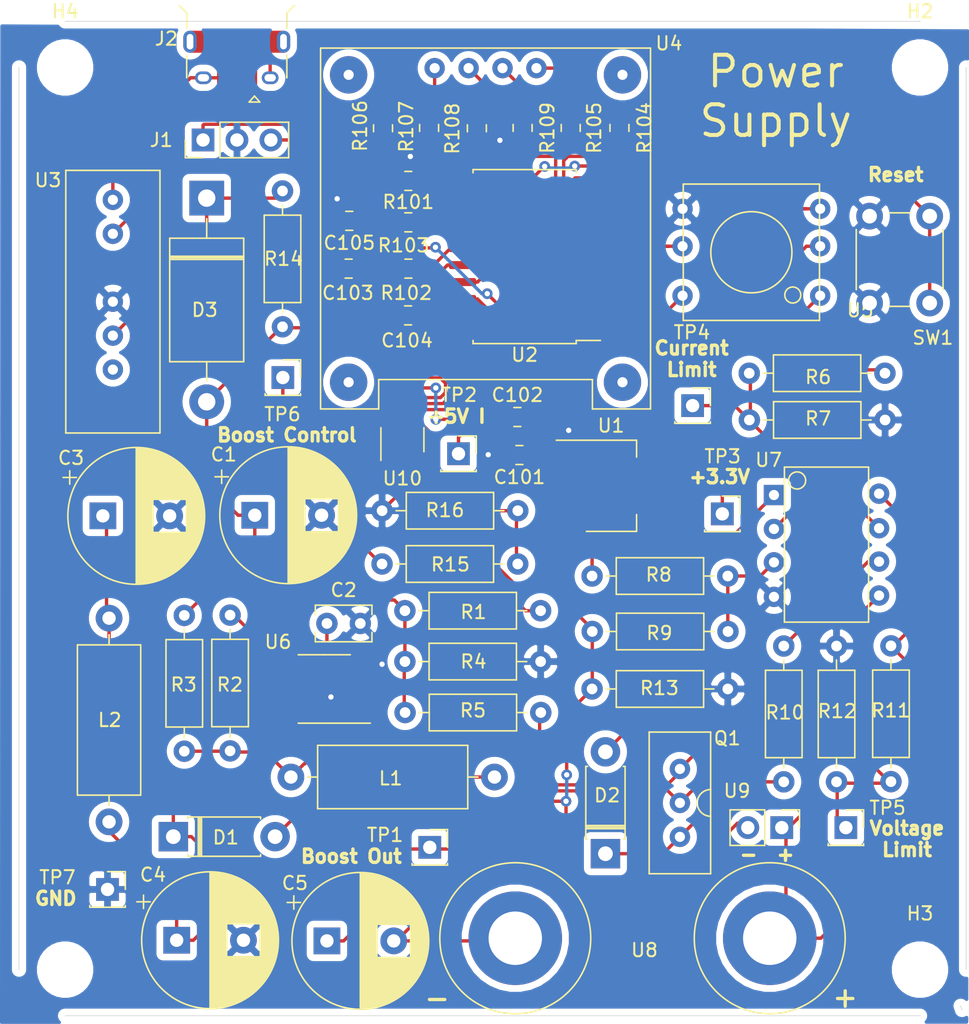
<source format=kicad_pcb>
(kicad_pcb (version 20171130) (host pcbnew "(5.1.2-1)-1")
  (layers (0 F.Cu signal) (31 B.Cu signal) (34 B.Paste user) (35 F.Paste user) (36 B.SilkS user) (37 F.SilkS user) (38 B.Mask user) (39 F.Mask user) (44 Edge.Cuts user))
  (net 0 "")
  (net 1 GND)
  (net 2 +5V)
  (net 3 "Net-(C2-Pad1)")
  (net 4 "Net-(C3-Pad1)")
  (net 5 /Boost_out)
  (net 6 /V_negative_out)
  (net 7 +3V3)
  (net 8 /V_curr_lim)
  (net 9 /V_boost_ctrl)
  (net 10 "Net-(D1-Pad2)")
  (net 11 "Net-(D2-Pad2)")
  (net 12 "Net-(D2-Pad1)")
  (net 13 "Net-(D3-Pad1)")
  (net 14 /SWDIO)
  (net 15 /SWCLK)
  (net 16 "Net-(J2-Pad5)")
  (net 17 "Net-(J2-Pad1)")
  (net 18 "Net-(J2-Pad2)")
  (net 19 "Net-(J2-Pad3)")
  (net 20 "Net-(J2-Pad4)")
  (net 21 "Net-(L1-Pad1)")
  (net 22 "Net-(R1-Pad2)")
  (net 23 "Net-(R2-Pad1)")
  (net 24 "Net-(R8-Pad2)")
  (net 25 "Net-(R10-Pad2)")
  (net 26 "Net-(R15-Pad2)")
  (net 27 /V_current_amplified)
  (net 28 "Net-(R101-Pad2)")
  (net 29 "Net-(R102-Pad2)")
  (net 30 "Net-(R103-Pad2)")
  (net 31 /SDA)
  (net 32 "Net-(R105-Pad2)")
  (net 33 "Net-(R106-Pad1)")
  (net 34 "Net-(R108-Pad2)")
  (net 35 /V_lin_ctrl)
  (net 36 /SCK)
  (net 37 /right)
  (net 38 /down)
  (net 39 "Net-(U2-Pad5)")
  (net 40 "Net-(U2-Pad4)")
  (net 41 /left)
  (net 42 /up)
  (net 43 /center)
  (net 44 /V_positive_out)
  (net 45 /Current_limit_divider)
  (net 46 /Voltage_limit_divider)
  (module MountingHole:MountingHole_3.2mm_M3 (layer F.Cu) (at 50 22.5)
    (fp_text reference H4 (at 0 -4.2) (layer F.SilkS))
    (fp_text value MountingHole)
    (pad 1 np_thru_hole circle (at 0 0) (size 3.2 3.2) (drill 3.2) (layers *.Cu *.Mask))
  )
  (module MountingHole:MountingHole_3.2mm_M3 (layer F.Cu) (at 114 90)
    (fp_text reference H3 (at 0 -4.2) (layer F.SilkS))
    (fp_text value MountingHole)
    (pad 1 np_thru_hole circle (at 0 0) (size 3.2 3.2) (drill 3.2) (layers *.Cu *.Mask))
  )
  (module MountingHole:MountingHole_3.2mm_M3 (layer F.Cu) (at 114 22.5)
    (fp_text reference H2 (at 0 -4.2) (layer F.SilkS))
    (fp_text value MountingHole)
    (pad 1 np_thru_hole circle (at 0 0) (size 3.2 3.2) (drill 3.2) (layers *.Cu *.Mask))
  )
  (module MountingHole:MountingHole_3.2mm_M3 (layer F.Cu) (at 50 90)
    (fp_text reference H1 hide)
    (fp_text value MountingHole)
    (pad 1 np_thru_hole circle (at 0 0) (size 3.2 3.2) (drill 3.2) (layers *.Cu *.Mask))
  )
  (module Connector_PinSocket_2.54mm:PinSocket_1x01_P2.54mm_Vertical (layer F.Cu) (at 53.175 84)
    (fp_text reference TP7 (at -3.75 -0.9) (layer F.SilkS))
    (fp_text value GND)
    (pad 1 thru_hole rect (at 0 0) (size 1.7 1.7) (drill 1) (layers *.Cu *.Mask) (net 1 GND))
  )
  (module Connector_PinSocket_2.54mm:PinSocket_1x01_P2.54mm_Vertical (layer F.Cu) (at 66.3 45.7)
    (fp_text reference TP6 (at -0.025 2.75) (layer F.SilkS))
    (fp_text value Boost_ctrl)
    (pad 1 thru_hole rect (at 0 0) (size 1.7 1.7) (drill 1) (layers *.Cu *.Mask) (net 9 /V_boost_ctrl))
  )
  (module Connector_PinSocket_2.54mm:PinSocket_1x01_P2.54mm_Vertical (layer F.Cu) (at 108.45 79.375)
    (fp_text reference TP5 (at 3.125 -1.475) (layer F.SilkS))
    (fp_text value Voltage_limit)
    (pad 1 thru_hole rect (at 0 0) (size 1.7 1.7) (drill 1) (layers *.Cu *.Mask) (net 46 /Voltage_limit_divider))
  )
  (module Connector_PinSocket_2.54mm:PinSocket_1x01_P2.54mm_Vertical (layer F.Cu) (at 96.975 47.8)
    (fp_text reference TP4 (at -0.05 -5.475) (layer F.SilkS))
    (fp_text value Current_limit)
    (pad 1 thru_hole rect (at 0 0) (size 1.7 1.7) (drill 1) (layers *.Cu *.Mask) (net 45 /Current_limit_divider))
  )
  (module Connector_PinSocket_2.54mm:PinSocket_1x01_P2.54mm_Vertical (layer F.Cu) (at 99.2 55.9)
    (fp_text reference TP3 (at 0.025 -4.3) (layer F.SilkS))
    (fp_text value +3.3)
    (pad 1 thru_hole rect (at 0 0) (size 1.7 1.7) (drill 1) (layers *.Cu *.Mask) (net 7 +3V3))
  )
  (module Connector_PinSocket_2.54mm:PinSocket_1x01_P2.54mm_Vertical (layer F.Cu) (at 79.45 51.4)
    (fp_text reference TP2 (at 0.025 -4.4) (layer F.SilkS))
    (fp_text value +5_isolated)
    (pad 1 thru_hole rect (at 0 0) (size 1.7 1.7) (drill 1) (layers *.Cu *.Mask) (net 2 +5V))
  )
  (module Connector_PinSocket_2.54mm:PinSocket_1x01_P2.54mm_Vertical (layer F.Cu) (at 77.3 80.85)
    (fp_text reference TP1 (at -3.35 -0.925) (layer F.SilkS))
    (fp_text value Boost_out)
    (pad 1 thru_hole rect (at 0 0) (size 1.7 1.7) (drill 1) (layers *.Cu *.Mask) (net 5 /Boost_out))
  )
  (module Package_TO_SOT_SMD:SOT-23-5 (layer F.Cu) (at 75.25 50.35 90)
    (fp_text reference U10 (at -2.9 0 180) (layer F.SilkS))
    (fp_text value MCP6001-OT)
    (pad 5 smd rect (at 1.1 -0.95 90) (size 1.06 0.65) (layers F.Cu F.Paste F.Mask) (net 7 +3V3))
    (pad 4 smd rect (at 1.1 0.95 90) (size 1.06 0.65) (layers F.Cu F.Paste F.Mask) (net 26 "Net-(R15-Pad2)"))
    (pad 3 smd rect (at -1.1 0.95 90) (size 1.06 0.65) (layers F.Cu F.Paste F.Mask) (net 6 /V_negative_out))
    (pad 2 smd rect (at -1.1 0 90) (size 1.06 0.65) (layers F.Cu F.Paste F.Mask) (net 1 GND))
    (pad 1 smd rect (at -1.1 -0.95 90) (size 1.06 0.65) (layers F.Cu F.Paste F.Mask) (net 27 /V_current_amplified))
  )
  (module Connector_PinHeader_2.54mm:PinHeader_1x02_P2.54mm_Vertical (layer F.Cu) (at 103.65 79.375 270)
    (fp_text reference U9 (at -2.75 3.35 180) (layer F.SilkS))
    (fp_text value 1x2)
    (pad 2 thru_hole oval (at 0 2.54 270) (size 1.7 1.7) (drill 1) (layers *.Cu *.Mask) (net 6 /V_negative_out))
    (pad 1 thru_hole rect (at 0 0 270) (size 1.7 1.7) (drill 1) (layers *.Cu *.Mask) (net 44 /V_positive_out))
  )
  (module "powersupply:Banana Sockets" (layer F.Cu) (at 93.225 87.65)
    (fp_text reference U8 (at 0.1454 0.8944) (layer F.SilkS))
    (fp_text value 1x2)
    (pad 2 thru_hole circle (at -9.525 0) (size 7 7) (drill 4) (layers *.Cu *.Mask) (net 6 /V_negative_out))
    (pad 1 thru_hole circle (at 9.525 0) (size 7 7) (drill 4) (layers *.Cu *.Mask) (net 44 /V_positive_out))
  )
  (module powersupply:LM358P (layer F.Cu) (at 107 58.2)
    (fp_text reference U7 (at -4.3332 -6.3332) (layer F.SilkS))
    (fp_text value LM358P)
    (pad 3 thru_hole circle (at -3.935 1.325 180) (size 1.524 1.524) (drill 0.762) (layers *.Cu *.Mask) (net 24 "Net-(R8-Pad2)"))
    (pad 2 thru_hole circle (at -3.935 -1.17 180) (size 1.524 1.524) (drill 0.762) (layers *.Cu *.Mask) (net 45 /Current_limit_divider))
    (pad 1 thru_hole rect (at -3.935 -3.71 180) (size 1.524 1.524) (drill 0.762) (layers *.Cu *.Mask) (net 11 "Net-(D2-Pad2)"))
    (pad 4 thru_hole circle (at -3.935 3.91 180) (size 1.524 1.524) (drill 0.762) (layers *.Cu *.Mask) (net 1 GND))
    (pad 5 thru_hole circle (at 3.935 3.81) (size 1.524 1.524) (drill 0.762) (layers *.Cu *.Mask) (net 5 /Boost_out))
    (pad 6 thru_hole circle (at 3.935 1.27) (size 1.524 1.524) (drill 0.762) (layers *.Cu *.Mask) (net 25 "Net-(R10-Pad2)"))
    (pad 7 thru_hole circle (at 3.935 -1.225) (size 1.524 1.524) (drill 0.762) (layers *.Cu *.Mask) (net 35 /V_lin_ctrl))
    (pad 8 thru_hole circle (at 3.935 -3.81) (size 1.524 1.524) (drill 0.762) (layers *.Cu *.Mask) (net 46 /Voltage_limit_divider))
  )
  (module Package_SO:SOIC-8_3.9x4.9mm_P1.27mm (layer F.Cu) (at 69.4 69 180)
    (fp_text reference U6 (at 3.4616 3.5188) (layer F.SilkS))
    (fp_text value MC33063AP1)
    (pad 8 smd roundrect (at 2.475 -1.905 180) (size 1.95 0.6) (layers F.Cu F.Paste F.Mask) (net 23 "Net-(R2-Pad1)"))
    (pad 7 smd roundrect (at 2.475 -0.635 180) (size 1.95 0.6) (layers F.Cu F.Paste F.Mask) (net 21 "Net-(L1-Pad1)"))
    (pad 6 smd roundrect (at 2.475 0.635 180) (size 1.95 0.6) (layers F.Cu F.Paste F.Mask) (net 2 +5V))
    (pad 5 smd roundrect (at 2.475 1.905 180) (size 1.95 0.6) (layers F.Cu F.Paste F.Mask) (net 22 "Net-(R1-Pad2)"))
    (pad 4 smd roundrect (at -2.475 1.905 180) (size 1.95 0.6) (layers F.Cu F.Paste F.Mask) (net 1 GND))
    (pad 3 smd roundrect (at -2.475 0.635 180) (size 1.95 0.6) (layers F.Cu F.Paste F.Mask) (net 3 "Net-(C2-Pad1)"))
    (pad 2 smd roundrect (at -2.475 -0.635 180) (size 1.95 0.6) (layers F.Cu F.Paste F.Mask) (net 1 GND))
    (pad 1 smd roundrect (at -2.475 -1.905 180) (size 1.95 0.6) (layers F.Cu F.Paste F.Mask) (net 10 "Net-(D1-Pad2)"))
  )
  (module powersupply:K1-1506DN-01_joystick (layer F.Cu) (at 101.375 36.325 180)
    (fp_text reference U5 (at -8.1528 -4.3464) (layer F.SilkS))
    (fp_text value joystick-K1-1506DN-01)
    (pad 1 thru_hole circle (at -5.15 -3.25 180) (size 1.524 1.524) (drill 0.762) (layers *.Cu *.Mask) (net 42 /up))
    (pad 2 thru_hole circle (at -5.15 0.45 180) (size 1.524 1.524) (drill 0.762) (layers *.Cu *.Mask) (net 41 /left))
    (pad 3 thru_hole circle (at -5.15 3.25 180) (size 1.524 1.524) (drill 0.762) (layers *.Cu *.Mask) (net 38 /down))
    (pad 6 thru_hole circle (at 5.15 -3.25 180) (size 1.524 1.524) (drill 0.762) (layers *.Cu *.Mask) (net 43 /center))
    (pad 5 thru_hole circle (at 5.15 0.45 180) (size 1.524 1.524) (drill 0.762) (layers *.Cu *.Mask) (net 37 /right))
    (pad 4 thru_hole circle (at 5.15 3.25 180) (size 1.524 1.524) (drill 0.762) (layers *.Cu *.Mask) (net 1 GND))
  )
  (module powersupply:TFT_OLED_display (layer F.Cu) (at 81.475 34.55)
    (fp_text reference U4 (at 13.725 -13.85) (layer F.SilkS))
    (fp_text value TFT_OLED)
    (pad "" np_thru_hole circle (at -10.25 11.5 180) (size 2.8 2.8) (drill 0.762) (layers *.Cu *.Mask))
    (pad "" np_thru_hole circle (at 10.25 11.5 180) (size 2.8 2.8) (drill 0.762) (layers *.Cu *.Mask))
    (pad "" np_thru_hole circle (at -10.25 -11.5) (size 2.8 2.8) (drill 0.762) (layers *.Cu *.Mask))
    (pad "" np_thru_hole circle (at 10.25 -11.5) (size 2.8 2.8) (drill 0.762) (layers *.Cu *.Mask))
    (pad 4 thru_hole circle (at 3.81 -12) (size 1.524 1.524) (drill 0.762) (layers *.Cu *.Mask) (net 31 /SDA))
    (pad 3 thru_hole circle (at 1.27 -12) (size 1.524 1.524) (drill 0.762) (layers *.Cu *.Mask) (net 32 "Net-(R105-Pad2)"))
    (pad 2 thru_hole circle (at -1.27 -12) (size 1.524 1.524) (drill 0.762) (layers *.Cu *.Mask) (net 34 "Net-(R108-Pad2)"))
    (pad 1 thru_hole circle (at -3.81 -12) (size 1.524 1.524) (drill 0.762) (layers *.Cu *.Mask) (net 33 "Net-(R106-Pad1)"))
  )
  (module powersupply:B0505S-2WR2-Isolator (layer F.Cu) (at 53.575 40.025 270)
    (fp_text reference U3 (at -9.0878 4.8578 180) (layer F.SilkS))
    (fp_text value B0505S-2WR2)
    (pad 5 thru_hole circle (at 5.08 0 270) (size 1.524 1.524) (drill 0.762) (layers *.Cu *.Mask))
    (pad 4 thru_hole circle (at 2.54 0 270) (size 1.524 1.524) (drill 0.762) (layers *.Cu *.Mask) (net 13 "Net-(D3-Pad1)"))
    (pad 3 thru_hole circle (at 0 0 270) (size 1.524 1.524) (drill 0.762) (layers *.Cu *.Mask) (net 1 GND))
    (pad 2 thru_hole circle (at -5.08 0 270) (size 1.524 1.524) (drill 0.762) (layers *.Cu *.Mask) (net 17 "Net-(J2-Pad1)"))
    (pad 1 thru_hole circle (at -7.62 0 270) (size 1.524 1.524) (drill 0.762) (layers *.Cu *.Mask) (net 16 "Net-(J2-Pad5)"))
  )
  (module Package_SO:SOIC-20W_7.5x12.8mm_P1.27mm (layer F.Cu) (at 84.4 36.65 180)
    (fp_text reference U2 (at 0 -7.35) (layer F.SilkS))
    (fp_text value ATSAMD10D13A-SS)
    (pad 20 smd roundrect (at 4.65 -5.715 180) (size 2.05 0.6) (layers F.Cu F.Paste F.Mask) (net 27 /V_current_amplified))
    (pad 19 smd roundrect (at 4.65 -4.445 180) (size 2.05 0.6) (layers F.Cu F.Paste F.Mask) (net 7 +3V3))
    (pad 18 smd roundrect (at 4.65 -3.175 180) (size 2.05 0.6) (layers F.Cu F.Paste F.Mask) (net 35 /V_lin_ctrl))
    (pad 17 smd roundrect (at 4.65 -1.905 180) (size 2.05 0.6) (layers F.Cu F.Paste F.Mask) (net 7 +3V3))
    (pad 16 smd roundrect (at 4.65 -0.635 180) (size 2.05 0.6) (layers F.Cu F.Paste F.Mask) (net 1 GND))
    (pad 15 smd roundrect (at 4.65 0.635 180) (size 2.05 0.6) (layers F.Cu F.Paste F.Mask) (net 29 "Net-(R102-Pad2)"))
    (pad 14 smd roundrect (at 4.65 1.905 180) (size 2.05 0.6) (layers F.Cu F.Paste F.Mask) (net 30 "Net-(R103-Pad2)"))
    (pad 13 smd roundrect (at 4.65 3.175 180) (size 2.05 0.6) (layers F.Cu F.Paste F.Mask) (net 14 /SWDIO))
    (pad 12 smd roundrect (at 4.65 4.445 180) (size 2.05 0.6) (layers F.Cu F.Paste F.Mask) (net 15 /SWCLK))
    (pad 11 smd roundrect (at 4.65 5.715 180) (size 2.05 0.6) (layers F.Cu F.Paste F.Mask) (net 28 "Net-(R101-Pad2)"))
    (pad 10 smd roundrect (at -4.65 5.715 180) (size 2.05 0.6) (layers F.Cu F.Paste F.Mask) (net 36 /SCK))
    (pad 9 smd roundrect (at -4.65 4.445 180) (size 2.05 0.6) (layers F.Cu F.Paste F.Mask) (net 31 /SDA))
    (pad 8 smd roundrect (at -4.65 3.175 180) (size 2.05 0.6) (layers F.Cu F.Paste F.Mask) (net 44 /V_positive_out))
    (pad 7 smd roundrect (at -4.65 1.905 180) (size 2.05 0.6) (layers F.Cu F.Paste F.Mask) (net 37 /right))
    (pad 6 smd roundrect (at -4.65 0.635 180) (size 2.05 0.6) (layers F.Cu F.Paste F.Mask) (net 38 /down))
    (pad 5 smd roundrect (at -4.65 -0.635 180) (size 2.05 0.6) (layers F.Cu F.Paste F.Mask) (net 39 "Net-(U2-Pad5)"))
    (pad 4 smd roundrect (at -4.65 -1.905 180) (size 2.05 0.6) (layers F.Cu F.Paste F.Mask) (net 40 "Net-(U2-Pad4)"))
    (pad 3 smd roundrect (at -4.65 -3.175 180) (size 2.05 0.6) (layers F.Cu F.Paste F.Mask) (net 41 /left))
    (pad 2 smd roundrect (at -4.65 -4.445 180) (size 2.05 0.6) (layers F.Cu F.Paste F.Mask) (net 42 /up))
    (pad 1 smd roundrect (at -4.65 -5.715 180) (size 2.05 0.6) (layers F.Cu F.Paste F.Mask) (net 43 /center))
  )
  (module Package_TO_SOT_SMD:SOT-223-3_TabPin2 (layer F.Cu) (at 90.8718 53.8)
    (fp_text reference U1 (at 0 -4.5) (layer F.SilkS))
    (fp_text value AZ1117E-3.3)
    (pad 1 smd rect (at -3.15 -2.3) (size 2 1.5) (layers F.Cu F.Paste F.Mask) (net 1 GND))
    (pad 3 smd rect (at -3.15 2.3) (size 2 1.5) (layers F.Cu F.Paste F.Mask) (net 2 +5V))
    (pad 2 smd rect (at -3.15 0) (size 2 1.5) (layers F.Cu F.Paste F.Mask) (net 7 +3V3))
    (pad 2 smd rect (at 3.15 0) (size 2 3.8) (layers F.Cu F.Paste F.Mask) (net 7 +3V3))
  )
  (module Button_Switch_THT:SW_PUSH_6mm (layer F.Cu) (at 114.725 33.625 270)
    (fp_text reference SW1 (at 9.0978 -0.2354 180) (layer F.SilkS))
    (fp_text value SW_Push)
    (pad 1 thru_hole circle (at 6.5 0) (size 2 2) (drill 1.1) (layers *.Cu *.Mask) (net 28 "Net-(R101-Pad2)"))
    (pad 2 thru_hole circle (at 6.5 4.5) (size 2 2) (drill 1.1) (layers *.Cu *.Mask) (net 1 GND))
    (pad 1 thru_hole circle (at 0 0) (size 2 2) (drill 1.1) (layers *.Cu *.Mask) (net 28 "Net-(R101-Pad2)"))
    (pad 2 thru_hole circle (at 0 4.5) (size 2 2) (drill 1.1) (layers *.Cu *.Mask) (net 1 GND))
  )
  (module Resistor_SMD:R_0805_2012Metric (layer F.Cu) (at 84.25 27.025 270)
    (fp_text reference R109 (at 0.0006 -1.856 270) (layer F.SilkS))
    (fp_text value 0)
    (pad 2 smd roundrect (at 0.9375 0 270) (size 0.975 1.4) (layers F.Cu F.Paste F.Mask) (net 1 GND))
    (pad 1 smd roundrect (at -0.9375 0 270) (size 0.975 1.4) (layers F.Cu F.Paste F.Mask) (net 34 "Net-(R108-Pad2)"))
  )
  (module Resistor_SMD:R_0805_2012Metric (layer F.Cu) (at 80.825 27.05 90)
    (fp_text reference R108 (at -0.0264 -1.831 90) (layer F.SilkS))
    (fp_text value 0)
    (pad 2 smd roundrect (at 0.9375 0 90) (size 0.975 1.4) (layers F.Cu F.Paste F.Mask) (net 34 "Net-(R108-Pad2)"))
    (pad 1 smd roundrect (at -0.9375 0 90) (size 0.975 1.4) (layers F.Cu F.Paste F.Mask) (net 7 +3V3))
  )
  (module Resistor_SMD:R_0805_2012Metric (layer F.Cu) (at 77.25 27.025 270)
    (fp_text reference R107 (at -0.101 1.7104 90) (layer F.SilkS))
    (fp_text value 0)
    (pad 2 smd roundrect (at 0.9375 0 270) (size 0.975 1.4) (layers F.Cu F.Paste F.Mask) (net 1 GND))
    (pad 1 smd roundrect (at -0.9375 0 270) (size 0.975 1.4) (layers F.Cu F.Paste F.Mask) (net 33 "Net-(R106-Pad1)"))
  )
  (module Resistor_SMD:R_0805_2012Metric (layer F.Cu) (at 73.8 27.05 270)
    (fp_text reference R106 (at -0.1768 1.7148 270) (layer F.SilkS))
    (fp_text value 0)
    (pad 2 smd roundrect (at 0.9375 0 270) (size 0.975 1.4) (layers F.Cu F.Paste F.Mask) (net 7 +3V3))
    (pad 1 smd roundrect (at -0.9375 0 270) (size 0.975 1.4) (layers F.Cu F.Paste F.Mask) (net 33 "Net-(R106-Pad1)"))
  )
  (module Resistor_SMD:R_0805_2012Metric (layer F.Cu) (at 87.85 27.025 90)
    (fp_text reference R105 (at 0 1.7612 90) (layer F.SilkS))
    (fp_text value 4.7k)
    (pad 2 smd roundrect (at 0.9375 0 90) (size 0.975 1.4) (layers F.Cu F.Paste F.Mask) (net 32 "Net-(R105-Pad2)"))
    (pad 1 smd roundrect (at -0.9375 0 90) (size 0.975 1.4) (layers F.Cu F.Paste F.Mask) (net 7 +3V3))
  )
  (module Resistor_SMD:R_0805_2012Metric (layer F.Cu) (at 91.5 27.025 90)
    (fp_text reference R104 (at -0.0006 1.8704 90) (layer F.SilkS))
    (fp_text value 4.7k)
    (pad 2 smd roundrect (at 0.9375 0 90) (size 0.975 1.4) (layers F.Cu F.Paste F.Mask) (net 31 /SDA))
    (pad 1 smd roundrect (at -0.9375 0 90) (size 0.975 1.4) (layers F.Cu F.Paste F.Mask) (net 7 +3V3))
  )
  (module Resistor_SMD:R_0805_2012Metric (layer F.Cu) (at 75.692 34.0868)
    (fp_text reference R103 (at -0.3556 1.7272) (layer F.SilkS))
    (fp_text value 1k)
    (pad 2 smd roundrect (at 0.9375 0) (size 0.975 1.4) (layers F.Cu F.Paste F.Mask) (net 30 "Net-(R103-Pad2)"))
    (pad 1 smd roundrect (at -0.9375 0) (size 0.975 1.4) (layers F.Cu F.Paste F.Mask) (net 9 /V_boost_ctrl))
  )
  (module Resistor_SMD:R_0805_2012Metric (layer F.Cu) (at 75.7 37.55)
    (fp_text reference R102 (at -0.1604 1.82) (layer F.SilkS))
    (fp_text value 1k)
    (pad 2 smd roundrect (at 0.9375 0) (size 0.975 1.4) (layers F.Cu F.Paste F.Mask) (net 29 "Net-(R102-Pad2)"))
    (pad 1 smd roundrect (at -0.9375 0) (size 0.975 1.4) (layers F.Cu F.Paste F.Mask) (net 8 /V_curr_lim))
  )
  (module Resistor_SMD:R_0805_2012Metric (layer F.Cu) (at 75.692 30.988)
    (fp_text reference R101 (at 0 1.5748) (layer F.SilkS))
    (fp_text value 4.7k)
    (pad 2 smd roundrect (at 0.9375 0) (size 0.975 1.4) (layers F.Cu F.Paste F.Mask) (net 28 "Net-(R101-Pad2)"))
    (pad 1 smd roundrect (at -0.9375 0) (size 0.975 1.4) (layers F.Cu F.Paste F.Mask) (net 7 +3V3))
  )
  (module Resistor_THT:R_Axial_DIN0207_L6.3mm_D2.5mm_P10.16mm_Horizontal (layer F.Cu) (at 83.89 55.6632 180)
    (fp_text reference R16 (at 5.4548 0.0372) (layer F.SilkS))
    (fp_text value 100)
    (pad 2 thru_hole oval (at 10.16 0 180) (size 1.6 1.6) (drill 0.8) (layers *.Cu *.Mask) (net 1 GND))
    (pad 1 thru_hole circle (at 0 0 180) (size 1.6 1.6) (drill 0.8) (layers *.Cu *.Mask) (net 26 "Net-(R15-Pad2)"))
  )
  (module Resistor_THT:R_Axial_DIN0207_L6.3mm_D2.5mm_P10.16mm_Horizontal (layer F.Cu) (at 73.725 59.65)
    (fp_text reference R15 (at 5.1166 0.04) (layer F.SilkS))
    (fp_text value 10k)
    (pad 2 thru_hole oval (at 10.16 0) (size 1.6 1.6) (drill 0.8) (layers *.Cu *.Mask) (net 26 "Net-(R15-Pad2)"))
    (pad 1 thru_hole circle (at 0 0) (size 1.6 1.6) (drill 0.8) (layers *.Cu *.Mask) (net 27 /V_current_amplified))
  )
  (module Resistor_THT:R_Axial_DIN0207_L6.3mm_D2.5mm_P10.16mm_Horizontal (layer F.Cu) (at 66.275 41.9 90)
    (fp_text reference R14 (at 5.08 0.0698 180) (layer F.SilkS))
    (fp_text value 1k)
    (pad 2 thru_hole oval (at 10.16 0 90) (size 1.6 1.6) (drill 0.8) (layers *.Cu *.Mask) (net 13 "Net-(D3-Pad1)"))
    (pad 1 thru_hole circle (at 0 0 90) (size 1.6 1.6) (drill 0.8) (layers *.Cu *.Mask) (net 2 +5V))
  )
  (module Resistor_THT:R_Axial_DIN0207_L6.3mm_D2.5mm_P10.16mm_Horizontal (layer F.Cu) (at 89.45 69)
    (fp_text reference R13 (at 5.038 -0.0644) (layer F.SilkS))
    (fp_text value 0.05)
    (pad 2 thru_hole oval (at 10.16 0) (size 1.6 1.6) (drill 0.8) (layers *.Cu *.Mask) (net 1 GND))
    (pad 1 thru_hole circle (at 0 0) (size 1.6 1.6) (drill 0.8) (layers *.Cu *.Mask) (net 6 /V_negative_out))
  )
  (module Resistor_THT:R_Axial_DIN0207_L6.3mm_D2.5mm_P10.16mm_Horizontal (layer F.Cu) (at 107.75 75.95 90)
    (fp_text reference R12 (at 5.2872 0.0476 180) (layer F.SilkS))
    (fp_text value 1k)
    (pad 2 thru_hole oval (at 10.16 0 90) (size 1.6 1.6) (drill 0.8) (layers *.Cu *.Mask) (net 1 GND))
    (pad 1 thru_hole circle (at 0 0 90) (size 1.6 1.6) (drill 0.8) (layers *.Cu *.Mask) (net 46 /Voltage_limit_divider))
  )
  (module Resistor_THT:R_Axial_DIN0207_L6.3mm_D2.5mm_P10.16mm_Horizontal (layer F.Cu) (at 111.825 65.775 270)
    (fp_text reference R11 (at 4.837 0.0142 180) (layer F.SilkS))
    (fp_text value 2.32k)
    (pad 2 thru_hole oval (at 10.16 0 270) (size 1.6 1.6) (drill 0.8) (layers *.Cu *.Mask) (net 46 /Voltage_limit_divider))
    (pad 1 thru_hole circle (at 0 0 270) (size 1.6 1.6) (drill 0.8) (layers *.Cu *.Mask) (net 44 /V_positive_out))
  )
  (module Resistor_THT:R_Axial_DIN0207_L6.3mm_D2.5mm_P10.16mm_Horizontal (layer F.Cu) (at 103.8 75.95 90)
    (fp_text reference R10 (at 5.1856 0.086 180) (layer F.SilkS))
    (fp_text value 3k)
    (pad 2 thru_hole oval (at 10.16 0 90) (size 1.6 1.6) (drill 0.8) (layers *.Cu *.Mask) (net 25 "Net-(R10-Pad2)"))
    (pad 1 thru_hole circle (at 0 0 90) (size 1.6 1.6) (drill 0.8) (layers *.Cu *.Mask) (net 12 "Net-(D2-Pad1)"))
  )
  (module Resistor_THT:R_Axial_DIN0207_L6.3mm_D2.5mm_P10.16mm_Horizontal (layer F.Cu) (at 99.625 64.7 180)
    (fp_text reference R9 (at 5.137 -0.1208) (layer F.SilkS))
    (fp_text value 100)
    (pad 2 thru_hole oval (at 10.16 0 180) (size 1.6 1.6) (drill 0.8) (layers *.Cu *.Mask) (net 6 /V_negative_out))
    (pad 1 thru_hole circle (at 0 0 180) (size 1.6 1.6) (drill 0.8) (layers *.Cu *.Mask) (net 24 "Net-(R8-Pad2)"))
  )
  (module Resistor_THT:R_Axial_DIN0207_L6.3mm_D2.5mm_P10.16mm_Horizontal (layer F.Cu) (at 89.45 60.55)
    (fp_text reference R8 (at 4.9872 -0.098) (layer F.SilkS))
    (fp_text value 132k)
    (pad 2 thru_hole oval (at 10.16 0) (size 1.6 1.6) (drill 0.8) (layers *.Cu *.Mask) (net 24 "Net-(R8-Pad2)"))
    (pad 1 thru_hole circle (at 0 0) (size 1.6 1.6) (drill 0.8) (layers *.Cu *.Mask) (net 7 +3V3))
  )
  (module Resistor_THT:R_Axial_DIN0207_L6.3mm_D2.5mm_P10.16mm_Horizontal (layer F.Cu) (at 101.225 48.875)
    (fp_text reference R7 (at 5.1502 -0.107) (layer F.SilkS))
    (fp_text value 100)
    (pad 2 thru_hole oval (at 10.16 0) (size 1.6 1.6) (drill 0.8) (layers *.Cu *.Mask) (net 1 GND))
    (pad 1 thru_hole circle (at 0 0) (size 1.6 1.6) (drill 0.8) (layers *.Cu *.Mask) (net 45 /Current_limit_divider))
  )
  (module Resistor_THT:R_Axial_DIN0207_L6.3mm_D2.5mm_P10.16mm_Horizontal (layer F.Cu) (at 111.375 45.375 180)
    (fp_text reference R6 (at 4.9998 -0.2942) (layer F.SilkS))
    (fp_text value 15k)
    (pad 2 thru_hole oval (at 10.16 0 180) (size 1.6 1.6) (drill 0.8) (layers *.Cu *.Mask) (net 45 /Current_limit_divider))
    (pad 1 thru_hole circle (at 0 0 180) (size 1.6 1.6) (drill 0.8) (layers *.Cu *.Mask) (net 8 /V_curr_lim))
  )
  (module Resistor_THT:R_Axial_DIN0207_L6.3mm_D2.5mm_P10.16mm_Horizontal (layer F.Cu) (at 75.45 70.7644)
    (fp_text reference R5 (at 5.08 -0.1524) (layer F.SilkS))
    (fp_text value 5.5k)
    (pad 2 thru_hole oval (at 10.16 0) (size 1.6 1.6) (drill 0.8) (layers *.Cu *.Mask) (net 4 "Net-(C3-Pad1)"))
    (pad 1 thru_hole circle (at 0 0) (size 1.6 1.6) (drill 0.8) (layers *.Cu *.Mask) (net 22 "Net-(R1-Pad2)"))
  )
  (module Resistor_THT:R_Axial_DIN0207_L6.3mm_D2.5mm_P10.16mm_Horizontal (layer F.Cu) (at 75.438 66.95)
    (fp_text reference R4 (at 5.1308 0.0044) (layer F.SilkS))
    (fp_text value 3.6k)
    (pad 2 thru_hole oval (at 10.16 0) (size 1.6 1.6) (drill 0.8) (layers *.Cu *.Mask) (net 1 GND))
    (pad 1 thru_hole circle (at 0 0) (size 1.6 1.6) (drill 0.8) (layers *.Cu *.Mask) (net 22 "Net-(R1-Pad2)"))
  )
  (module Resistor_THT:R_Axial_DIN0207_L6.3mm_D2.5mm_P10.16mm_Horizontal (layer F.Cu) (at 58.9212 73.6584 90)
    (fp_text reference R3 (at 4.9768 -0.044 180) (layer F.SilkS))
    (fp_text value 0.22)
    (pad 2 thru_hole oval (at 10.16 0 90) (size 1.6 1.6) (drill 0.8) (layers *.Cu *.Mask) (net 2 +5V))
    (pad 1 thru_hole circle (at 0 0 90) (size 1.6 1.6) (drill 0.8) (layers *.Cu *.Mask) (net 21 "Net-(L1-Pad1)"))
  )
  (module Resistor_THT:R_Axial_DIN0207_L6.3mm_D2.5mm_P10.16mm_Horizontal (layer F.Cu) (at 62.35 63.475 270)
    (fp_text reference R2 (at 5.2066 0.0184 180) (layer F.SilkS))
    (fp_text value 180)
    (pad 2 thru_hole oval (at 10.16 0 270) (size 1.6 1.6) (drill 0.8) (layers *.Cu *.Mask) (net 21 "Net-(L1-Pad1)"))
    (pad 1 thru_hole circle (at 0 0 270) (size 1.6 1.6) (drill 0.8) (layers *.Cu *.Mask) (net 23 "Net-(R2-Pad1)"))
  )
  (module Resistor_THT:R_Axial_DIN0207_L6.3mm_D2.5mm_P10.16mm_Horizontal (layer F.Cu) (at 85.598 63.1444 180)
    (fp_text reference R1 (at 5.0292 -0.1016) (layer F.SilkS))
    (fp_text value 3.17k)
    (pad 2 thru_hole oval (at 10.16 0 180) (size 1.6 1.6) (drill 0.8) (layers *.Cu *.Mask) (net 22 "Net-(R1-Pad2)"))
    (pad 1 thru_hole circle (at 0 0 180) (size 1.6 1.6) (drill 0.8) (layers *.Cu *.Mask) (net 9 /V_boost_ctrl))
  )
  (module powersupply:IRF9540N-PMOS (layer F.Cu) (at 96.025 77.525 90)
    (fp_text reference Q1 (at 4.8302 3.543 180) (layer F.SilkS))
    (fp_text value Q_PMOS_GDS)
    (pad 1 thru_hole circle (at -2.54 0 90) (size 1.524 1.524) (drill 0.762) (layers *.Cu *.Mask) (net 12 "Net-(D2-Pad1)"))
    (pad 2 thru_hole circle (at 0 0 90) (size 1.524 1.524) (drill 0.762) (layers *.Cu *.Mask) (net 44 /V_positive_out))
    (pad 3 thru_hole circle (at 2.54 0 90) (size 1.524 1.524) (drill 0.762) (layers *.Cu *.Mask) (net 5 /Boost_out))
  )
  (module Inductor_THT:L_Axial_L11.0mm_D4.5mm_P15.24mm_Horizontal_Fastron_MECC (layer F.Cu) (at 53.2892 63.7032 270)
    (fp_text reference L2 (at 7.62 -0.0508 180) (layer F.SilkS))
    (fp_text value 1uH)
    (pad 2 thru_hole oval (at 15.24 0 270) (size 2 2) (drill 1) (layers *.Cu *.Mask) (net 5 /Boost_out))
    (pad 1 thru_hole circle (at 0 0 270) (size 2 2) (drill 1) (layers *.Cu *.Mask) (net 4 "Net-(C3-Pad1)"))
  )
  (module Inductor_THT:L_Axial_L11.0mm_D4.5mm_P15.24mm_Horizontal_Fastron_MECC (layer F.Cu) (at 66.9036 75.5904)
    (fp_text reference L1 (at 7.4676 0.1016) (layer F.SilkS))
    (fp_text value 170uH)
    (pad 2 thru_hole oval (at 15.24 0) (size 2 2) (drill 1) (layers *.Cu *.Mask) (net 10 "Net-(D1-Pad2)"))
    (pad 1 thru_hole circle (at 0 0) (size 2 2) (drill 1) (layers *.Cu *.Mask) (net 21 "Net-(L1-Pad1)"))
  )
  (module powersupply:USB_Micro-B_Amphenol_10118194-0001LF_Horizontal (layer F.Cu) (at 62.85 20.5726 180)
    (fp_text reference J2 (at 5.275 0.225) (layer F.SilkS))
    (fp_text value USB_B_Micro)
    (pad 6 smd rect (at 2.9 0 180) (size 1.2 1.65) (layers F.Cu F.Paste F.Mask) (net 16 "Net-(J2-Pad5)"))
    (pad 6 smd rect (at -2.9 0 180) (size 1.2 1.65) (layers F.Cu F.Paste F.Mask) (net 16 "Net-(J2-Pad5)"))
    (pad 1 smd rect (at -1.325 -2.7 270) (size 1.65 0.4) (layers F.Cu F.Paste F.Mask) (net 17 "Net-(J2-Pad1)"))
    (pad 2 smd rect (at -0.675 -2.7 270) (size 1.65 0.4) (layers F.Cu F.Paste F.Mask) (net 18 "Net-(J2-Pad2)"))
    (pad 3 smd rect (at -0.025 -2.7 270) (size 1.65 0.4) (layers F.Cu F.Paste F.Mask) (net 19 "Net-(J2-Pad3)"))
    (pad 4 smd rect (at 0.625 -2.7 270) (size 1.65 0.4) (layers F.Cu F.Paste F.Mask) (net 20 "Net-(J2-Pad4)"))
    (pad 5 smd rect (at 1.275 -2.7 270) (size 1.65 0.4) (layers F.Cu F.Paste F.Mask) (net 16 "Net-(J2-Pad5)"))
    (pad 6 thru_hole oval (at 2.5 -2.7 180) (size 1.25 0.95) (drill oval 0.85 0.55) (layers *.Cu *.Mask) (net 16 "Net-(J2-Pad5)"))
    (pad 6 thru_hole oval (at -3.5 0 180) (size 1 1.65) (drill oval 0.5 1.15) (layers *.Cu *.Mask) (net 16 "Net-(J2-Pad5)"))
    (pad 6 thru_hole oval (at 3.5 0 180) (size 1 1.65) (drill oval 0.5 1.16) (layers *.Cu *.Mask) (net 16 "Net-(J2-Pad5)"))
    (pad 6 smd rect (at -1 0 180) (size 1.5 1.65) (layers F.Cu F.Paste F.Mask) (net 16 "Net-(J2-Pad5)"))
    (pad 6 smd rect (at 1 0 180) (size 1.5 1.65) (layers F.Cu F.Paste F.Mask) (net 16 "Net-(J2-Pad5)"))
    (pad 6 thru_hole oval (at -2.5 -2.7 180) (size 1.25 0.95) (drill oval 0.85 0.55) (layers *.Cu *.Mask) (net 16 "Net-(J2-Pad5)"))
  )
  (module Connector_PinHeader_2.54mm:PinHeader_1x03_P2.54mm_Vertical (layer F.Cu) (at 60.325 27.925 90)
    (fp_text reference J1 (at 0 -3.125 180) (layer F.SilkS))
    (fp_text value Conn_01x03)
    (pad 3 thru_hole oval (at 0 5.08 90) (size 1.7 1.7) (drill 1) (layers *.Cu *.Mask) (net 14 /SWDIO))
    (pad 2 thru_hole oval (at 0 2.54 90) (size 1.7 1.7) (drill 1) (layers *.Cu *.Mask) (net 1 GND))
    (pad 1 thru_hole rect (at 0 0 90) (size 1.7 1.7) (drill 1) (layers *.Cu *.Mask) (net 15 /SWCLK))
  )
  (module Diode_THT:D_DO-201AE_P15.24mm_Horizontal (layer F.Cu) (at 60.6 32.275 270)
    (fp_text reference D3 (at 8.365 0.148 180) (layer F.SilkS))
    (fp_text value 6V)
    (pad 2 thru_hole oval (at 15.24 0 270) (size 2.6 2.6) (drill 1.3) (layers *.Cu *.Mask) (net 2 +5V))
    (pad 1 thru_hole rect (at 0 0 270) (size 2.6 2.6) (drill 1.3) (layers *.Cu *.Mask) (net 13 "Net-(D3-Pad1)"))
  )
  (module Diode_THT:D_DO-41_SOD81_P7.62mm_Horizontal (layer F.Cu) (at 90.45 81.325 90)
    (fp_text reference D2 (at 4.363 0.1264 180) (layer F.SilkS))
    (fp_text value 1N5819)
    (pad 2 thru_hole oval (at 7.62 0 90) (size 2.2 2.2) (drill 1.1) (layers *.Cu *.Mask) (net 11 "Net-(D2-Pad2)"))
    (pad 1 thru_hole rect (at 0 0 90) (size 2.2 2.2) (drill 1.1) (layers *.Cu *.Mask) (net 12 "Net-(D2-Pad1)"))
  )
  (module Diode_THT:D_DO-41_SOD81_P7.62mm_Horizontal (layer F.Cu) (at 58.1 80.05)
    (fp_text reference D1 (at 3.9268 0.0616) (layer F.SilkS))
    (fp_text value 1N5819)
    (pad 2 thru_hole oval (at 7.62 0) (size 2.2 2.2) (drill 1.1) (layers *.Cu *.Mask) (net 10 "Net-(D1-Pad2)"))
    (pad 1 thru_hole rect (at 0 0) (size 2.2 2.2) (drill 1.1) (layers *.Cu *.Mask) (net 4 "Net-(C3-Pad1)"))
  )
  (module Capacitor_SMD:C_0805_2012Metric (layer F.Cu) (at 71.275 33.975 180)
    (fp_text reference C105 (at 0 -1.65) (layer F.SilkS))
    (fp_text value 15uF)
    (pad 2 smd roundrect (at 0.9375 0 180) (size 0.975 1.4) (layers F.Cu F.Paste F.Mask) (net 1 GND))
    (pad 1 smd roundrect (at -0.9375 0 180) (size 0.975 1.4) (layers F.Cu F.Paste F.Mask) (net 9 /V_boost_ctrl))
  )
  (module Capacitor_SMD:C_0805_2012Metric (layer F.Cu) (at 75.675 41.05)
    (fp_text reference C104 (at -0.0846 1.876) (layer F.SilkS))
    (fp_text value 1uF)
    (pad 2 smd roundrect (at 0.9375 0) (size 0.975 1.4) (layers F.Cu F.Paste F.Mask) (net 7 +3V3))
    (pad 1 smd roundrect (at -0.9375 0) (size 0.975 1.4) (layers F.Cu F.Paste F.Mask) (net 1 GND))
  )
  (module Capacitor_SMD:C_0805_2012Metric (layer F.Cu) (at 71.225 37.55 180)
    (fp_text reference C103 (at 0.0542 -1.82) (layer F.SilkS))
    (fp_text value 15uF)
    (pad 2 smd roundrect (at 0.9375 0 180) (size 0.975 1.4) (layers F.Cu F.Paste F.Mask) (net 1 GND))
    (pad 1 smd roundrect (at -0.9375 0 180) (size 0.975 1.4) (layers F.Cu F.Paste F.Mask) (net 8 /V_curr_lim))
  )
  (module Capacitor_SMD:C_0805_2012Metric (layer F.Cu) (at 83.8568 48.6536)
    (fp_text reference C102 (at 0 -1.65) (layer F.SilkS))
    (fp_text value 1uF)
    (pad 2 smd roundrect (at 0.9375 0) (size 0.975 1.4) (layers F.Cu F.Paste F.Mask) (net 1 GND))
    (pad 1 smd roundrect (at -0.9375 0) (size 0.975 1.4) (layers F.Cu F.Paste F.Mask) (net 7 +3V3))
  )
  (module Capacitor_SMD:C_0805_2012Metric (layer F.Cu) (at 84.0092 51.4984 180)
    (fp_text reference C101 (at 0 -1.65) (layer F.SilkS))
    (fp_text value 1uF)
    (pad 2 smd roundrect (at 0.9375 0 180) (size 0.975 1.4) (layers F.Cu F.Paste F.Mask) (net 1 GND))
    (pad 1 smd roundrect (at -0.9375 0 180) (size 0.975 1.4) (layers F.Cu F.Paste F.Mask) (net 2 +5V))
  )
  (module Capacitor_THT:CP_Radial_D10.0mm_P5.00mm (layer F.Cu) (at 69.6 87.85)
    (fp_text reference C5 (at -2.4 -4.325) (layer F.SilkS))
    (fp_text value 100uF)
    (pad 2 thru_hole circle (at 5 0) (size 2 2) (drill 1) (layers *.Cu *.Mask) (net 6 /V_negative_out))
    (pad 1 thru_hole rect (at 0 0) (size 2 2) (drill 1) (layers *.Cu *.Mask) (net 44 /V_positive_out))
  )
  (module Capacitor_THT:CP_Radial_D10.0mm_P5.00mm (layer F.Cu) (at 58.35 87.8)
    (fp_text reference C4 (at -1.775 -4.9) (layer F.SilkS))
    (fp_text value 100uF)
    (pad 1 thru_hole rect (at 0 0) (size 2 2) (drill 1) (layers *.Cu *.Mask) (net 5 /Boost_out))
    (pad 2 thru_hole circle (at 5 0) (size 2 2) (drill 1) (layers *.Cu *.Mask) (net 1 GND))
  )
  (module Capacitor_THT:CP_Radial_D10.0mm_P5.00mm (layer F.Cu) (at 52.825 56.05)
    (fp_text reference C3 (at -2.3806 -4.3356) (layer F.SilkS))
    (fp_text value 330uF)
    (pad 2 thru_hole circle (at 5 0) (size 2 2) (drill 1) (layers *.Cu *.Mask) (net 1 GND))
    (pad 1 thru_hole rect (at 0 0) (size 2 2) (drill 1) (layers *.Cu *.Mask) (net 4 "Net-(C3-Pad1)"))
  )
  (module Capacitor_THT:C_Rect_L4.0mm_W2.5mm_P2.50mm (layer F.Cu) (at 69.6 64.1)
    (fp_text reference C2 (at 1.25 -2.5) (layer F.SilkS))
    (fp_text value 1500pF)
    (pad 2 thru_hole circle (at 2.5 0) (size 1.6 1.6) (drill 0.8) (layers *.Cu *.Mask) (net 1 GND))
    (pad 1 thru_hole circle (at 0 0) (size 1.6 1.6) (drill 0.8) (layers *.Cu *.Mask) (net 3 "Net-(C2-Pad1)"))
  )
  (module Capacitor_THT:CP_Radial_D10.0mm_P5.00mm (layer F.Cu) (at 64.2 56)
    (fp_text reference C1 (at -2.3256 -4.5396) (layer F.SilkS))
    (fp_text value 330uF)
    (pad 2 thru_hole circle (at 5 0) (size 2 2) (drill 1) (layers *.Cu *.Mask) (net 1 GND))
    (pad 1 thru_hole rect (at 0 0) (size 2 2) (drill 1) (layers *.Cu *.Mask) (net 2 +5V))
  )
  (gr_line (start 113.9952 19.05) (end 113.9952 18.9992) (layer Edge.Cuts) (width 0.05))
  (gr_line (start 50 19.05) (end 114 19.05) (layer Edge.Cuts) (width 0.05))
  (gr_line (start 46.55 22.5) (end 46.55 90) (layer Edge.Cuts) (width 0.05))
  (gr_line (start 117.1448 93.0148) (end 117.0432 92.71) (layer Edge.Cuts) (width 0.05))
  (gr_line (start 117.45 22.5) (end 117.45 90) (layer Edge.Cuts) (width 0.05))
  (gr_line (start 114 93.45) (end 50 93.45) (layer Edge.Cuts) (width 0.05))
  (gr_text "Power\nSupply" (at 103.2 24.65) (layer F.SilkS) (effects (font (size 2.3 2.3) (thickness 0.3))))
  (gr_text Reset (at 112.175 30.525) (layer F.SilkS) (effects (font (size 1 1) (thickness 0.25))))
  (gr_text + (at 108.4 92.05) (layer F.SilkS) (effects (font (size 1.5 1.5) (thickness 0.25))))
  (gr_text - (at 77.85 92.125) (layer F.SilkS) (effects (font (size 1.5 1.5) (thickness 0.25))))
  (gr_text "-  +" (at 102.55 81.375) (layer F.SilkS) (effects (font (size 1 1) (thickness 0.25))))
  (gr_text "+5V I" (at 79.3 48.6) (layer F.SilkS) (effects (font (size 1 1) (thickness 0.25))))
  (gr_text "Boost Control" (at 66.6 50) (layer F.SilkS) (effects (font (size 1 1) (thickness 0.25))))
  (gr_text "Current\nLimit" (at 96.9 44.3) (layer F.SilkS) (effects (font (size 1 1) (thickness 0.25))))
  (gr_text +3.3V (at 99 53.125) (layer F.SilkS) (effects (font (size 1 1) (thickness 0.25))))
  (gr_text "Voltage\nLimit" (at 113.025 80.225) (layer F.SilkS) (effects (font (size 1 1) (thickness 0.25))))
  (gr_text "Boost Out" (at 71.425 81.525) (layer F.SilkS) (effects (font (size 1 1) (thickness 0.25))))
  (gr_text GND (at 49.3 84.675) (layer F.SilkS) (effects (font (size 1 1) (thickness 0.25))))
  (via (at 82.55 27.95) (size 0.8) (drill 0.4) (layers F.Cu B.Cu) (net 1))
  (segment (start 84.5 27.9875) (end 82.9375 27.9875) (width 0.25) (layer F.Cu) (net 1))
  (via (at 69.9 69.6) (size 0.8) (drill 0.4) (layers F.Cu B.Cu) (net 1))
  (segment (start 69.935 69.635) (end 69.9 69.6) (width 0.25) (layer F.Cu) (net 1))
  (segment (start 71.875 69.635) (end 69.935 69.635) (width 0.25) (layer F.Cu) (net 1))
  (segment (start 75.25 54.1432) (end 73.73 55.6632) (width 0.25) (layer F.Cu) (net 1))
  (segment (start 75.25 51.45) (end 75.25 54.1432) (width 0.25) (layer F.Cu) (net 1))
  (segment (start 87.6407 51.5) (end 87.7218 51.5) (width 0.25) (layer F.Cu) (net 1))
  (segment (start 84.7943 48.6536) (end 87.6407 51.5) (width 0.25) (layer F.Cu) (net 1))
  (via (at 87.7 49.65) (size 0.8) (drill 0.4) (layers F.Cu B.Cu) (net 1))
  (segment (start 87.7218 49.6718) (end 87.7 49.65) (width 0.25) (layer F.Cu) (net 1))
  (segment (start 87.7218 51.5) (end 87.7218 49.6718) (width 0.25) (layer F.Cu) (net 1))
  (via (at 73.725 67.15) (size 0.8) (drill 0.4) (layers F.Cu B.Cu) (net 1))
  (segment (start 73.67 67.095) (end 73.725 67.15) (width 0.25) (layer F.Cu) (net 1))
  (segment (start 71.875 67.095) (end 73.67 67.095) (width 0.25) (layer F.Cu) (net 1))
  (via (at 81.675 51.475) (size 0.8) (drill 0.4) (layers F.Cu B.Cu) (net 1))
  (segment (start 83.0717 51.4984) (end 81.6984 51.4984) (width 0.25) (layer F.Cu) (net 1))
  (segment (start 81.6984 51.4984) (end 81.675 51.475) (width 0.25) (layer F.Cu) (net 1))
  (segment (start 74.5725 41.3375) (end 74.075 41.3375) (width 0.25) (layer F.Cu) (net 1))
  (segment (start 70.362502 32.890695) (end 70.362502 32.32501) (width 0.25) (layer F.Cu) (net 1))
  (segment (start 74.075 41.3375) (end 70.362502 37.625002) (width 0.25) (layer F.Cu) (net 1))
  (via (at 70.362502 32.32501) (size 0.8) (drill 0.4) (layers F.Cu B.Cu) (net 1))
  (segment (start 79.75 37.285) (end 78.625 37.285) (width 0.25) (layer F.Cu) (net 1))
  (segment (start 70.362502 37.625002) (end 70.362502 32.890695) (width 0.25) (layer F.Cu) (net 1))
  (segment (start 78.625 37.285) (end 74.5725 41.3375) (width 0.25) (layer F.Cu) (net 1))
  (segment (start 77.0161 27.9875) (end 76.244399 28.759201) (width 0.25) (layer F.Cu) (net 1))
  (segment (start 77.4 27.9875) (end 77.0161 27.9875) (width 0.25) (layer F.Cu) (net 1))
  (via (at 75.8444 29.1592) (size 0.8) (drill 0.4) (layers F.Cu B.Cu) (net 1))
  (segment (start 76.244399 28.759201) (end 75.8444 29.1592) (width 0.25) (layer F.Cu) (net 1))
  (segment (start 62.95 56) (end 64.2 56) (width 0.25) (layer F.Cu) (net 2))
  (segment (start 60.6 53.65) (end 62.95 56) (width 0.25) (layer F.Cu) (net 2))
  (segment (start 60.6 47.515) (end 60.6 53.65) (width 0.25) (layer F.Cu) (net 2))
  (segment (start 87.4718 56.1) (end 87.7218 56.1) (width 0.25) (layer F.Cu) (net 2))
  (segment (start 84.9467 53.5749) (end 87.4718 56.1) (width 0.25) (layer F.Cu) (net 2))
  (segment (start 84.9467 51.4984) (end 84.9467 53.5749) (width 0.25) (layer F.Cu) (net 2))
  (via (at 77.75 48.825034) (size 0.8) (drill 0.4) (layers F.Cu B.Cu) (net 2))
  (via (at 77.75 46.475) (size 0.8) (drill 0.4) (layers F.Cu B.Cu) (net 2))
  (segment (start 77.75 48.825034) (end 77.75 46.475) (width 0.25) (layer B.Cu) (net 2))
  (segment (start 78.315685 48.825034) (end 77.75 48.825034) (width 0.25) (layer F.Cu) (net 2))
  (segment (start 79.675024 48.825034) (end 78.315685 48.825034) (width 0.25) (layer F.Cu) (net 2))
  (segment (start 80.299995 49.450005) (end 79.675024 48.825034) (width 0.25) (layer F.Cu) (net 2))
  (segment (start 80.92499 50.075) (end 80.299995 49.450005) (width 0.25) (layer F.Cu) (net 2))
  (segment (start 83.5233 50.075) (end 80.92499 50.075) (width 0.25) (layer F.Cu) (net 2))
  (segment (start 84.9467 51.4984) (end 83.5233 50.075) (width 0.25) (layer F.Cu) (net 2))
  (segment (start 80.174995 49.450005) (end 80.299995 49.450005) (width 0.25) (layer F.Cu) (net 2))
  (segment (start 79.45 50.175) (end 80.174995 49.450005) (width 0.25) (layer F.Cu) (net 2))
  (segment (start 79.45 51.4) (end 79.45 50.175) (width 0.25) (layer F.Cu) (net 2))
  (segment (start 75.45 46.475) (end 77.75 46.475) (width 0.25) (layer F.Cu) (net 2))
  (segment (start 70.95 41.975) (end 75.45 46.475) (width 0.25) (layer F.Cu) (net 2))
  (segment (start 66.14 41.975) (end 70.95 41.975) (width 0.25) (layer F.Cu) (net 2))
  (segment (start 60.6 47.515) (end 66.14 41.975) (width 0.25) (layer F.Cu) (net 2))
  (segment (start 64.1848 58.2348) (end 64.2 58.25) (width 0.25) (layer F.Cu) (net 2))
  (segment (start 58.9212 63.4984) (end 64.1848 58.2348) (width 0.25) (layer F.Cu) (net 2))
  (segment (start 64.9 58.95) (end 64.1848 58.2348) (width 0.25) (layer F.Cu) (net 2))
  (segment (start 64.9 66.716768) (end 64.9 58.95) (width 0.25) (layer F.Cu) (net 2))
  (segment (start 66.548232 68.365) (end 64.9 66.716768) (width 0.25) (layer F.Cu) (net 2))
  (segment (start 66.925 68.365) (end 66.548232 68.365) (width 0.25) (layer F.Cu) (net 2))
  (segment (start 64.2 58.2196) (end 64.1848 58.2348) (width 0.25) (layer F.Cu) (net 2))
  (segment (start 64.2 56) (end 64.2 58.2196) (width 0.25) (layer F.Cu) (net 2))
  (segment (start 69.6 67.165) (end 70.8 68.365) (width 0.25) (layer F.Cu) (net 3))
  (segment (start 70.8 68.365) (end 71.875 68.365) (width 0.25) (layer F.Cu) (net 3))
  (segment (start 69.6 64.1) (end 69.6 67.165) (width 0.25) (layer F.Cu) (net 3))
  (segment (start 53.1 56.325) (end 52.825 56.05) (width 0.25) (layer F.Cu) (net 4))
  (segment (start 53.1 63.514) (end 53.1 56.325) (width 0.25) (layer F.Cu) (net 4))
  (segment (start 53.2892 63.7032) (end 53.1 63.514) (width 0.25) (layer F.Cu) (net 4))
  (segment (start 61.525 82.125) (end 59.45 80.05) (width 0.25) (layer F.Cu) (net 4))
  (segment (start 59.45 80.05) (end 58.1 80.05) (width 0.25) (layer F.Cu) (net 4))
  (segment (start 67.475 82.125) (end 61.525 82.125) (width 0.25) (layer F.Cu) (net 4))
  (segment (start 71.475 78.125) (end 67.475 82.125) (width 0.25) (layer F.Cu) (net 4))
  (segment (start 82.615768 78.125) (end 71.475 78.125) (width 0.25) (layer F.Cu) (net 4))
  (segment (start 85.525 75.215768) (end 82.615768 78.125) (width 0.25) (layer F.Cu) (net 4))
  (segment (start 85.525 70.7866) (end 85.525 75.215768) (width 0.25) (layer F.Cu) (net 4))
  (segment (start 85.5472 70.7644) (end 85.525 70.7866) (width 0.25) (layer F.Cu) (net 4))
  (segment (start 53.2892 73.0642) (end 58.1 77.875) (width 0.25) (layer F.Cu) (net 4))
  (segment (start 58.1 77.875) (end 58.1 80.05) (width 0.25) (layer F.Cu) (net 4))
  (segment (start 53.2892 63.7032) (end 53.2892 73.0642) (width 0.25) (layer F.Cu) (net 4))
  (segment (start 58.35 84.7) (end 58.35 87.8) (width 0.25) (layer F.Cu) (net 5))
  (segment (start 53.2892 79.6392) (end 58.35 84.7) (width 0.25) (layer F.Cu) (net 5))
  (segment (start 53.2892 78.9432) (end 53.2892 79.6392) (width 0.25) (layer F.Cu) (net 5))
  (segment (start 80.402179 80.975) (end 85.202179 76.175) (width 0.25) (layer F.Cu) (net 5))
  (segment (start 64.824989 82.575011) (end 67.6614 82.575011) (width 0.25) (layer F.Cu) (net 5))
  (segment (start 67.6614 82.575011) (end 69.26141 80.975) (width 0.25) (layer F.Cu) (net 5))
  (segment (start 58.35 87.8) (end 59.6 87.8) (width 0.25) (layer F.Cu) (net 5))
  (segment (start 69.26141 80.975) (end 80.402179 80.975) (width 0.25) (layer F.Cu) (net 5))
  (segment (start 59.6 87.8) (end 64.824989 82.575011) (width 0.25) (layer F.Cu) (net 5))
  (segment (start 93.95 76.175) (end 94.175 76.175) (width 0.25) (layer F.Cu) (net 5))
  (segment (start 85.202179 76.175) (end 93.95 76.175) (width 0.25) (layer F.Cu) (net 5))
  (segment (start 95.075 76.175) (end 93.95 76.175) (width 0.25) (layer F.Cu) (net 5))
  (segment (start 96.025 75.225) (end 95.075 76.175) (width 0.25) (layer F.Cu) (net 5))
  (segment (start 96.025 74.985) (end 96.025 75.225) (width 0.25) (layer F.Cu) (net 5))
  (segment (start 99.285 71.725) (end 96.025 74.985) (width 0.25) (layer F.Cu) (net 5))
  (segment (start 107.625 71.725) (end 99.285 71.725) (width 0.25) (layer F.Cu) (net 5))
  (segment (start 109.35 70) (end 107.625 71.725) (width 0.25) (layer F.Cu) (net 5))
  (segment (start 109.35 63.595) (end 109.35 70) (width 0.25) (layer F.Cu) (net 5))
  (segment (start 110.935 62.01) (end 109.35 63.595) (width 0.25) (layer F.Cu) (net 5))
  (segment (start 89.7 64.76) (end 89.64 64.7) (width 0.25) (layer F.Cu) (net 6))
  (segment (start 76.2 53.702202) (end 83.797798 61.3) (width 0.25) (layer F.Cu) (net 6))
  (segment (start 76.2 51.45) (end 76.2 53.702202) (width 0.25) (layer F.Cu) (net 6))
  (segment (start 86.24 61.3) (end 89.64 64.7) (width 0.25) (layer F.Cu) (net 6))
  (segment (start 83.797798 61.3) (end 86.24 61.3) (width 0.25) (layer F.Cu) (net 6))
  (segment (start 87.55 77.35) (end 87.5 77.4) (width 0.25) (layer B.Cu) (net 6))
  (segment (start 87.55 74.859292) (end 87.55 75.424977) (width 0.25) (layer F.Cu) (net 6))
  (via (at 87.55 75.424977) (size 0.8) (drill 0.4) (layers F.Cu B.Cu) (net 6))
  (via (at 87.5 77.4) (size 0.8) (drill 0.4) (layers F.Cu B.Cu) (net 6))
  (segment (start 87.55 75.424977) (end 87.55 77.35) (width 0.25) (layer B.Cu) (net 6))
  (segment (start 85.25 77.4) (end 87.5 77.4) (width 0.25) (layer F.Cu) (net 6))
  (segment (start 74.8 87.85) (end 85.25 77.4) (width 0.25) (layer F.Cu) (net 6))
  (segment (start 74.6 87.85) (end 74.8 87.85) (width 0.25) (layer F.Cu) (net 6))
  (segment (start 89.465 68.985) (end 89.45 69) (width 0.25) (layer F.Cu) (net 6))
  (segment (start 89.465 64.7) (end 89.465 68.985) (width 0.25) (layer F.Cu) (net 6))
  (segment (start 87.55 70.9) (end 87.55 71.75) (width 0.25) (layer F.Cu) (net 6))
  (segment (start 89.45 69) (end 87.55 70.9) (width 0.25) (layer F.Cu) (net 6))
  (segment (start 87.55 71.75) (end 87.55 74.859292) (width 0.25) (layer F.Cu) (net 6))
  (segment (start 83.5 87.85) (end 83.7 87.65) (width 0.25) (layer F.Cu) (net 6))
  (segment (start 74.6 87.85) (end 83.5 87.85) (width 0.25) (layer F.Cu) (net 6))
  (segment (start 95.05 84.325) (end 100.325 79.05) (width 0.25) (layer F.Cu) (net 6))
  (segment (start 100.325 79.05) (end 101.425 79.05) (width 0.25) (layer F.Cu) (net 6))
  (segment (start 89.55 84.325) (end 95.05 84.325) (width 0.25) (layer F.Cu) (net 6))
  (segment (start 87.5 82.275) (end 89.55 84.325) (width 0.25) (layer F.Cu) (net 6))
  (segment (start 87.5 77.4) (end 87.5 82.275) (width 0.25) (layer F.Cu) (net 6))
  (segment (start 79.305 40.65) (end 79.75 41.095) (width 0.25) (layer F.Cu) (net 7))
  (segment (start 77.9 40.65) (end 79.305 40.65) (width 0.25) (layer F.Cu) (net 7))
  (segment (start 78.625 38.555) (end 77.9 39.28) (width 0.25) (layer F.Cu) (net 7))
  (segment (start 77.9 39.28) (end 77.9 40.65) (width 0.25) (layer F.Cu) (net 7))
  (segment (start 79.75 38.555) (end 78.625 38.555) (width 0.25) (layer F.Cu) (net 7))
  (segment (start 76.6375 40.65) (end 77.9 40.65) (width 0.25) (layer F.Cu) (net 7))
  (segment (start 87.7218 53.8) (end 94.0218 53.8) (width 0.25) (layer F.Cu) (net 7))
  (segment (start 89.45 59.41863) (end 89.45 60.55) (width 0.25) (layer F.Cu) (net 7))
  (segment (start 89.45 55.2782) (end 89.45 59.41863) (width 0.25) (layer F.Cu) (net 7))
  (segment (start 87.9718 53.8) (end 89.45 55.2782) (width 0.25) (layer F.Cu) (net 7))
  (segment (start 87.7218 53.8) (end 87.9718 53.8) (width 0.25) (layer F.Cu) (net 7))
  (segment (start 82.363063 48.097363) (end 82.9193 48.6536) (width 0.25) (layer F.Cu) (net 7))
  (segment (start 82.360402 48.100024) (end 82.363063 48.097363) (width 0.25) (layer F.Cu) (net 7))
  (segment (start 76.024976 48.100024) (end 82.360402 48.100024) (width 0.25) (layer F.Cu) (net 7))
  (segment (start 74.875 49.25) (end 76.024976 48.100024) (width 0.25) (layer F.Cu) (net 7))
  (segment (start 74.3 49.25) (end 74.875 49.25) (width 0.25) (layer F.Cu) (net 7))
  (segment (start 89.5 52.2718) (end 87.9718 53.8) (width 0.25) (layer F.Cu) (net 7))
  (segment (start 89.5 49.525) (end 89.5 52.2718) (width 0.25) (layer F.Cu) (net 7))
  (segment (start 87.15 47.175) (end 89.5 49.525) (width 0.25) (layer F.Cu) (net 7))
  (segment (start 84.3979 47.175) (end 87.15 47.175) (width 0.25) (layer F.Cu) (net 7))
  (segment (start 82.9193 48.6536) (end 84.3979 47.175) (width 0.25) (layer F.Cu) (net 7))
  (segment (start 80.795 41.095) (end 79.75 41.095) (width 0.25) (layer F.Cu) (net 7))
  (segment (start 82.9193 43.2193) (end 80.795 41.095) (width 0.25) (layer F.Cu) (net 7))
  (segment (start 82.9193 48.6536) (end 82.9193 43.2193) (width 0.25) (layer F.Cu) (net 7))
  (segment (start 87.85 27.9625) (end 91.5 27.9625) (width 0.25) (layer F.Cu) (net 7))
  (segment (start 82.0625 29.15) (end 86.6375 29.15) (width 0.25) (layer F.Cu) (net 7))
  (segment (start 81.1 28.1875) (end 82.0625 29.15) (width 0.25) (layer F.Cu) (net 7))
  (segment (start 73.8 30.0335) (end 74.7545 30.988) (width 0.25) (layer F.Cu) (net 7))
  (segment (start 73.8 27.9875) (end 73.8 30.0335) (width 0.25) (layer F.Cu) (net 7))
  (segment (start 74.7545 30.988) (end 75.77951 29.96299) (width 0.25) (layer F.Cu) (net 7))
  (segment (start 80.268763 28.543737) (end 80.825 27.9875) (width 0.25) (layer F.Cu) (net 7))
  (segment (start 78.84951 29.96299) (end 80.268763 28.543737) (width 0.25) (layer F.Cu) (net 7))
  (segment (start 75.77951 29.96299) (end 78.84951 29.96299) (width 0.25) (layer F.Cu) (net 7))
  (segment (start 98.5 53.8) (end 99.2 54.5) (width 0.25) (layer F.Cu) (net 7))
  (segment (start 99.2 54.5) (end 99.2 55.9) (width 0.25) (layer F.Cu) (net 7))
  (segment (start 94.0218 53.8) (end 98.5 53.8) (width 0.25) (layer F.Cu) (net 7))
  (segment (start 87.6375 28.1875) (end 87.9 28.1875) (width 0.25) (layer F.Cu) (net 7))
  (segment (start 86.675 29.15) (end 87.6375 28.1875) (width 0.25) (layer F.Cu) (net 7))
  (segment (start 86.6375 29.15) (end 86.675 29.15) (width 0.25) (layer F.Cu) (net 7))
  (segment (start 86.725 32.705) (end 86.725 29.15) (width 0.25) (layer F.Cu) (net 7))
  (segment (start 80.875 38.555) (end 86.725 32.705) (width 0.25) (layer F.Cu) (net 7))
  (segment (start 86.725 29.15) (end 86.6375 29.15) (width 0.25) (layer F.Cu) (net 7))
  (segment (start 79.75 38.555) (end 80.875 38.555) (width 0.25) (layer F.Cu) (net 7))
  (via (at 77.725 35.949996) (size 0.8) (drill 0.4) (layers F.Cu B.Cu) (net 8))
  (via (at 81.6 39.424998) (size 0.8) (drill 0.4) (layers F.Cu B.Cu) (net 8))
  (segment (start 81.200002 39.424998) (end 81.6 39.424998) (width 0.25) (layer B.Cu) (net 8))
  (segment (start 77.725 35.949996) (end 81.200002 39.424998) (width 0.25) (layer B.Cu) (net 8))
  (segment (start 77.674996 36) (end 77.725 35.949996) (width 0.25) (layer F.Cu) (net 8))
  (segment (start 73.575 36) (end 77.674996 36) (width 0.25) (layer F.Cu) (net 8))
  (segment (start 72.09375 37.48125) (end 73.575 36) (width 0.25) (layer F.Cu) (net 8))
  (segment (start 72.2625 37.65) (end 72.09375 37.48125) (width 0.25) (layer F.Cu) (net 8))
  (segment (start 74.7625 37.65) (end 72.2625 37.65) (width 0.25) (layer F.Cu) (net 8))
  (segment (start 105.449989 43.274989) (end 107.3 45.125) (width 0.25) (layer F.Cu) (net 8))
  (segment (start 90.47319 43.274989) (end 105.449989 43.274989) (width 0.25) (layer F.Cu) (net 8))
  (segment (start 107.3 45.125) (end 111.35 45.125) (width 0.25) (layer F.Cu) (net 8))
  (segment (start 89.998168 43.750011) (end 90.47319 43.274989) (width 0.25) (layer F.Cu) (net 8))
  (segment (start 85.925013 43.750011) (end 89.998168 43.750011) (width 0.25) (layer F.Cu) (net 8))
  (segment (start 81.6 39.424998) (end 85.925013 43.750011) (width 0.25) (layer F.Cu) (net 8))
  (segment (start 69.256795 50.056795) (end 71.081795 50.056795) (width 0.25) (layer F.Cu) (net 9))
  (segment (start 66.3 47.1) (end 69.256795 50.056795) (width 0.25) (layer F.Cu) (net 9))
  (segment (start 66.3 46) (end 66.3 47.1) (width 0.25) (layer F.Cu) (net 9))
  (segment (start 72.2375 33.95) (end 74.8625 33.95) (width 0.25) (layer F.Cu) (net 9))
  (segment (start 68.625 32.65) (end 69.675 31.6) (width 0.25) (layer F.Cu) (net 9))
  (segment (start 71.6 31.6) (end 72.2375 32.2375) (width 0.25) (layer F.Cu) (net 9))
  (segment (start 68.625 37.95) (end 68.625 32.65) (width 0.25) (layer F.Cu) (net 9))
  (segment (start 72.2375 32.2375) (end 72.2375 33.95) (width 0.25) (layer F.Cu) (net 9))
  (segment (start 76.399998 45.724998) (end 68.625 37.95) (width 0.25) (layer F.Cu) (net 9))
  (segment (start 78.073002 45.724998) (end 76.399998 45.724998) (width 0.25) (layer F.Cu) (net 9))
  (segment (start 78.098002 47.200002) (end 78.475002 46.823002) (width 0.25) (layer F.Cu) (net 9))
  (segment (start 73.938587 47.200002) (end 78.098002 47.200002) (width 0.25) (layer F.Cu) (net 9))
  (segment (start 85.598 63.1444) (end 84.46663 63.1444) (width 0.25) (layer F.Cu) (net 9))
  (segment (start 71.225 59.85) (end 71.225 49.913589) (width 0.25) (layer F.Cu) (net 9))
  (segment (start 69.675 31.6) (end 71.6 31.6) (width 0.25) (layer F.Cu) (net 9))
  (segment (start 84.46663 63.1444) (end 82.77223 61.45) (width 0.25) (layer F.Cu) (net 9))
  (segment (start 78.475002 46.823002) (end 78.475002 46.126998) (width 0.25) (layer F.Cu) (net 9))
  (segment (start 72.825 61.45) (end 71.225 59.85) (width 0.25) (layer F.Cu) (net 9))
  (segment (start 71.225 49.913589) (end 73.938587 47.200002) (width 0.25) (layer F.Cu) (net 9))
  (segment (start 78.475002 46.126998) (end 78.073002 45.724998) (width 0.25) (layer F.Cu) (net 9))
  (segment (start 82.77223 61.45) (end 72.825 61.45) (width 0.25) (layer F.Cu) (net 9))
  (segment (start 71.225 49.91359) (end 71.081795 50.056795) (width 0.25) (layer F.Cu) (net 9))
  (segment (start 71.225 49.913589) (end 71.225 49.91359) (width 0.25) (layer F.Cu) (net 9))
  (segment (start 76.5604 75.5904) (end 71.875 70.905) (width 0.25) (layer F.Cu) (net 10))
  (segment (start 82.1436 75.5904) (end 76.5604 75.5904) (width 0.25) (layer F.Cu) (net 10))
  (segment (start 71.875 73.895) (end 71.875 70.905) (width 0.25) (layer F.Cu) (net 10))
  (segment (start 65.72 80.05) (end 71.875 73.895) (width 0.25) (layer F.Cu) (net 10))
  (segment (start 91.549999 72.605001) (end 90.45 73.705) (width 0.25) (layer F.Cu) (net 11))
  (segment (start 94.55 69.605) (end 91.549999 72.605001) (width 0.25) (layer F.Cu) (net 11))
  (segment (start 94.55 63.005) (end 94.55 69.605) (width 0.25) (layer F.Cu) (net 11))
  (segment (start 103.065 54.49) (end 94.55 63.005) (width 0.25) (layer F.Cu) (net 11))
  (segment (start 94.765 81.325) (end 90.45 81.325) (width 0.25) (layer F.Cu) (net 12))
  (segment (start 96.025 80.065) (end 94.765 81.325) (width 0.25) (layer F.Cu) (net 12))
  (segment (start 100.14 75.95) (end 96.786999 79.303001) (width 0.25) (layer F.Cu) (net 12))
  (segment (start 96.786999 79.303001) (end 96.025 80.065) (width 0.25) (layer F.Cu) (net 12))
  (segment (start 103.8 75.95) (end 100.14 75.95) (width 0.25) (layer F.Cu) (net 12))
  (segment (start 60.6 35.54) (end 60.6 32.275) (width 0.25) (layer F.Cu) (net 13))
  (segment (start 53.575 42.565) (end 60.6 35.54) (width 0.25) (layer F.Cu) (net 13))
  (segment (start 65.915 32.275) (end 66.45 31.74) (width 0.25) (layer F.Cu) (net 13))
  (segment (start 60.6 32.275) (end 65.915 32.275) (width 0.25) (layer F.Cu) (net 13))
  (segment (start 66.607081 27.925) (end 65.405 27.925) (width 0.25) (layer F.Cu) (net 14))
  (segment (start 68.56141 27.925) (end 66.607081 27.925) (width 0.25) (layer F.Cu) (net 14))
  (segment (start 78.625 33.475) (end 77.9668 32.8168) (width 0.25) (layer F.Cu) (net 14))
  (segment (start 73.45321 32.8168) (end 68.56141 27.925) (width 0.25) (layer F.Cu) (net 14))
  (segment (start 77.9668 32.8168) (end 73.45321 32.8168) (width 0.25) (layer F.Cu) (net 14))
  (segment (start 79.75 33.475) (end 78.625 33.475) (width 0.25) (layer F.Cu) (net 14))
  (segment (start 60.325 26.825) (end 60.325 27.925) (width 0.25) (layer F.Cu) (net 15))
  (segment (start 68.022819 26.749999) (end 60.400001 26.749999) (width 0.25) (layer F.Cu) (net 15))
  (segment (start 73.63242 32.3596) (end 68.022819 26.749999) (width 0.25) (layer F.Cu) (net 15))
  (segment (start 60.400001 26.749999) (end 60.325 26.825) (width 0.25) (layer F.Cu) (net 15))
  (segment (start 79.5954 32.3596) (end 73.63242 32.3596) (width 0.25) (layer F.Cu) (net 15))
  (segment (start 79.75 32.205) (end 79.5954 32.3596) (width 0.25) (layer F.Cu) (net 15))
  (segment (start 59.95 20.5726) (end 65.75 20.5726) (width 0.25) (layer F.Cu) (net 16))
  (segment (start 61.575 22.1976) (end 61.575 23.2726) (width 0.25) (layer F.Cu) (net 16))
  (segment (start 61.575 21.9226) (end 61.575 22.1976) (width 0.25) (layer F.Cu) (net 16))
  (segment (start 61.85 21.6476) (end 61.575 21.9226) (width 0.25) (layer F.Cu) (net 16))
  (segment (start 61.85 20.5726) (end 61.85 21.6476) (width 0.25) (layer F.Cu) (net 16))
  (segment (start 61.575 23.2726) (end 60.35 23.2726) (width 0.25) (layer F.Cu) (net 16))
  (segment (start 65.35 20.9726) (end 65.75 20.5726) (width 0.25) (layer F.Cu) (net 16))
  (segment (start 65.35 23.2726) (end 65.35 20.9726) (width 0.25) (layer F.Cu) (net 16))
  (segment (start 60.35 23.2726) (end 60.2 23.2726) (width 0.25) (layer F.Cu) (net 16))
  (segment (start 53.575 26.725) (end 56.875 23.425) (width 0.25) (layer F.Cu) (net 16))
  (segment (start 53.575 32.405) (end 53.575 26.725) (width 0.25) (layer F.Cu) (net 16))
  (segment (start 59.239 23.425) (end 59.3914 23.2726) (width 0.25) (layer F.Cu) (net 16))
  (segment (start 56.875 23.425) (end 59.239 23.425) (width 0.25) (layer F.Cu) (net 16))
  (segment (start 59.3914 23.2726) (end 60.35 23.2726) (width 0.25) (layer F.Cu) (net 16))
  (segment (start 64.175 23.2726) (end 64.175 24.3476) (width 0.25) (layer F.Cu) (net 17))
  (segment (start 64.175 24.7758) (end 64.175 23.2726) (width 0.25) (layer F.Cu) (net 17))
  (segment (start 63.5008 25.45) (end 64.175 24.7758) (width 0.25) (layer F.Cu) (net 17))
  (segment (start 55.625 27.425) (end 57.6 25.45) (width 0.25) (layer F.Cu) (net 17))
  (segment (start 55.625 32.895) (end 55.625 27.425) (width 0.25) (layer F.Cu) (net 17))
  (segment (start 57.6 25.45) (end 63.5008 25.45) (width 0.25) (layer F.Cu) (net 17))
  (segment (start 53.575 34.945) (end 55.625 32.895) (width 0.25) (layer F.Cu) (net 17))
  (segment (start 62.6612 73.6584) (end 62.7212 73.7184) (width 0.25) (layer F.Cu) (net 21))
  (segment (start 58.9212 73.6584) (end 62.6612 73.6584) (width 0.25) (layer F.Cu) (net 21))
  (segment (start 65.0316 73.7184) (end 66.9036 75.5904) (width 0.25) (layer F.Cu) (net 21))
  (segment (start 62.7212 73.7184) (end 65.0316 73.7184) (width 0.25) (layer F.Cu) (net 21))
  (segment (start 67.903599 74.590401) (end 67.954399 74.590401) (width 0.25) (layer F.Cu) (net 21))
  (segment (start 66.9036 75.5904) (end 67.903599 74.590401) (width 0.25) (layer F.Cu) (net 21))
  (segment (start 67.954399 74.590401) (end 68.834 73.7108) (width 0.25) (layer F.Cu) (net 21))
  (segment (start 68 69.635) (end 66.925 69.635) (width 0.25) (layer F.Cu) (net 21))
  (segment (start 68.834 70.469) (end 68 69.635) (width 0.25) (layer F.Cu) (net 21))
  (segment (start 68.834 73.7108) (end 68.834 70.469) (width 0.25) (layer F.Cu) (net 21))
  (segment (start 75.3872 67.0052) (end 75.438 66.9544) (width 0.25) (layer F.Cu) (net 22))
  (segment (start 75.3872 70.7644) (end 75.3872 67.0052) (width 0.25) (layer F.Cu) (net 22))
  (segment (start 75.438 66.9544) (end 75.438 63.1444) (width 0.25) (layer F.Cu) (net 22))
  (segment (start 74.638001 62.344401) (end 67.652799 62.344401) (width 0.25) (layer F.Cu) (net 22))
  (segment (start 75.438 63.1444) (end 74.638001 62.344401) (width 0.25) (layer F.Cu) (net 22))
  (segment (start 66.925 63.0722) (end 66.925 67.095) (width 0.25) (layer F.Cu) (net 22))
  (segment (start 67.652799 62.344401) (end 66.925 63.0722) (width 0.25) (layer F.Cu) (net 22))
  (segment (start 65.85 70.905) (end 66.925 70.905) (width 0.25) (layer F.Cu) (net 23))
  (segment (start 64.225 69.28) (end 65.85 70.905) (width 0.25) (layer F.Cu) (net 23))
  (segment (start 64.225 65.0622) (end 64.225 69.28) (width 0.25) (layer F.Cu) (net 23))
  (segment (start 62.7212 63.5584) (end 64.225 65.0622) (width 0.25) (layer F.Cu) (net 23))
  (segment (start 99.8 60.74) (end 99.61 60.55) (width 0.25) (layer F.Cu) (net 24))
  (segment (start 102.04 60.55) (end 103.065 59.525) (width 0.25) (layer F.Cu) (net 24))
  (segment (start 99.61 60.55) (end 102.04 60.55) (width 0.25) (layer F.Cu) (net 24))
  (segment (start 99.61 64.51) (end 99.8 64.7) (width 0.25) (layer F.Cu) (net 24))
  (segment (start 99.61 60.55) (end 99.61 64.51) (width 0.25) (layer F.Cu) (net 24))
  (segment (start 110.12 59.47) (end 110.935 59.47) (width 0.25) (layer F.Cu) (net 25))
  (segment (start 103.8 65.79) (end 110.12 59.47) (width 0.25) (layer F.Cu) (net 25))
  (segment (start 83.7884 55.7648) (end 83.89 55.6632) (width 0.25) (layer F.Cu) (net 26))
  (segment (start 83.7884 59.6256) (end 83.7884 55.7648) (width 0.25) (layer F.Cu) (net 26))
  (segment (start 79.2882 55.6632) (end 77.225 53.6) (width 0.25) (layer F.Cu) (net 26))
  (segment (start 83.89 55.6632) (end 79.2882 55.6632) (width 0.25) (layer F.Cu) (net 26))
  (segment (start 77.225 49.7) (end 77.225 53.6) (width 0.25) (layer F.Cu) (net 26))
  (segment (start 76.775 49.25) (end 77.225 49.7) (width 0.25) (layer F.Cu) (net 26))
  (segment (start 76.2 49.25) (end 76.775 49.25) (width 0.25) (layer F.Cu) (net 26))
  (segment (start 79.75 46.184415) (end 79.75 42.765) (width 0.25) (layer F.Cu) (net 27))
  (segment (start 78.284402 47.650013) (end 79.75 46.184415) (width 0.25) (layer F.Cu) (net 27))
  (segment (start 74.124987 47.650013) (end 78.284402 47.650013) (width 0.25) (layer F.Cu) (net 27))
  (segment (start 73.25 48.525) (end 74.124987 47.650013) (width 0.25) (layer F.Cu) (net 27))
  (segment (start 74.3 50.67) (end 73.25 49.62) (width 0.25) (layer F.Cu) (net 27))
  (segment (start 74.3 51.45) (end 74.3 50.67) (width 0.25) (layer F.Cu) (net 27))
  (segment (start 73.25 49.62) (end 73.25 48.525) (width 0.25) (layer F.Cu) (net 27))
  (segment (start 79.75 42.765) (end 79.75 42.365) (width 0.25) (layer F.Cu) (net 27))
  (segment (start 74.3 52.23) (end 74.3 51.45) (width 0.25) (layer F.Cu) (net 27))
  (segment (start 71.975 54.555) (end 74.3 52.23) (width 0.25) (layer F.Cu) (net 27))
  (segment (start 71.975 57.9722) (end 71.975 54.555) (width 0.25) (layer F.Cu) (net 27))
  (segment (start 73.6284 59.6256) (end 71.975 57.9722) (width 0.25) (layer F.Cu) (net 27))
  (via (at 88.150021 29.875008) (size 0.8) (drill 0.4) (layers F.Cu B.Cu) (net 28))
  (segment (start 79.75 30.935) (end 84.84 30.935) (width 0.25) (layer F.Cu) (net 28))
  (segment (start 84.84 30.935) (end 85.75 30.025) (width 0.25) (layer F.Cu) (net 28))
  (segment (start 85.75 30.025) (end 86.0625 30.025) (width 0.25) (layer F.Cu) (net 28))
  (via (at 85.9 29.9) (size 0.8) (drill 0.4) (layers F.Cu B.Cu) (net 28))
  (segment (start 88.715706 29.875008) (end 88.150021 29.875008) (width 0.25) (layer F.Cu) (net 28))
  (segment (start 88.000029 30.025) (end 88.150021 29.875008) (width 0.25) (layer B.Cu) (net 28))
  (segment (start 86.0625 30.025) (end 88.000029 30.025) (width 0.25) (layer B.Cu) (net 28))
  (segment (start 79.697 30.988) (end 79.75 30.935) (width 0.25) (layer F.Cu) (net 28))
  (segment (start 76.6295 30.988) (end 79.697 30.988) (width 0.25) (layer F.Cu) (net 28))
  (segment (start 113.725001 32.625001) (end 114.725 33.625) (width 0.25) (layer F.Cu) (net 28))
  (segment (start 110.99999 29.89999) (end 113.725001 32.625001) (width 0.25) (layer F.Cu) (net 28))
  (segment (start 102.62499 29.89999) (end 110.99999 29.89999) (width 0.25) (layer F.Cu) (net 28))
  (segment (start 92.175008 29.875008) (end 102.600008 29.875008) (width 0.25) (layer F.Cu) (net 28))
  (segment (start 102.600008 29.875008) (end 102.62499 29.89999) (width 0.25) (layer F.Cu) (net 28))
  (segment (start 92.175008 29.875008) (end 88.715706 29.875008) (width 0.25) (layer F.Cu) (net 28))
  (segment (start 92.349992 29.875008) (end 92.175008 29.875008) (width 0.25) (layer F.Cu) (net 28))
  (segment (start 114.725 35.039213) (end 114.725 40.125) (width 0.25) (layer F.Cu) (net 28))
  (segment (start 114.725 33.625) (end 114.725 35.039213) (width 0.25) (layer F.Cu) (net 28))
  (segment (start 77.225 37.65) (end 79.23071 35.64429) (width 0.25) (layer F.Cu) (net 29))
  (segment (start 79.37929 35.64429) (end 79.75 36.015) (width 0.25) (layer F.Cu) (net 29))
  (segment (start 76.6375 37.65) (end 77.225 37.65) (width 0.25) (layer F.Cu) (net 29))
  (segment (start 79.23071 35.64429) (end 79.37929 35.64429) (width 0.25) (layer F.Cu) (net 29))
  (segment (start 77.5325 34.745) (end 79.75 34.745) (width 0.25) (layer F.Cu) (net 30))
  (segment (start 76.7375 33.95) (end 77.5325 34.745) (width 0.25) (layer F.Cu) (net 30))
  (segment (start 87.2875 22.55) (end 90.9 26.1625) (width 0.25) (layer F.Cu) (net 31))
  (segment (start 85.285 22.55) (end 87.2875 22.55) (width 0.25) (layer F.Cu) (net 31))
  (segment (start 87.925 32.205) (end 89.05 32.205) (width 0.25) (layer F.Cu) (net 31))
  (segment (start 91.816852 29.149998) (end 87.650002 29.149998) (width 0.25) (layer F.Cu) (net 31))
  (segment (start 92.52501 28.44184) (end 91.816852 29.149998) (width 0.25) (layer F.Cu) (net 31))
  (segment (start 87.325 31.605) (end 87.925 32.205) (width 0.25) (layer F.Cu) (net 31))
  (segment (start 92.52501 27.11251) (end 92.52501 28.44184) (width 0.25) (layer F.Cu) (net 31))
  (segment (start 87.650002 29.149998) (end 87.325 29.475) (width 0.25) (layer F.Cu) (net 31))
  (segment (start 87.325 29.475) (end 87.325 31.605) (width 0.25) (layer F.Cu) (net 31))
  (segment (start 91.5 26.0875) (end 92.52501 27.11251) (width 0.25) (layer F.Cu) (net 31))
  (segment (start 87.5575 26.3125) (end 87.9 26.3125) (width 0.25) (layer F.Cu) (net 32))
  (segment (start 86.5075 26.3125) (end 87.9 26.3125) (width 0.25) (layer F.Cu) (net 32))
  (segment (start 82.745 22.55) (end 86.5075 26.3125) (width 0.25) (layer F.Cu) (net 32))
  (segment (start 73.9 26.1125) (end 77.4 26.1125) (width 0.25) (layer F.Cu) (net 33))
  (segment (start 77.59 25.9225) (end 77.4 26.1125) (width 0.25) (layer F.Cu) (net 33))
  (segment (start 77.665 25.8475) (end 77.4 26.1125) (width 0.25) (layer F.Cu) (net 33))
  (segment (start 77.665 22.55) (end 77.665 25.8475) (width 0.25) (layer F.Cu) (net 33))
  (segment (start 81.1 26.3125) (end 84.3 26.3125) (width 0.25) (layer F.Cu) (net 34))
  (segment (start 81.1 23.445) (end 81.1 26.3125) (width 0.25) (layer F.Cu) (net 34))
  (segment (start 80.205 22.55) (end 81.1 23.445) (width 0.25) (layer F.Cu) (net 34))
  (segment (start 107.075 53.115) (end 110.173001 56.213001) (width 0.25) (layer F.Cu) (net 35))
  (segment (start 107.075 45.575) (end 107.075 53.115) (width 0.25) (layer F.Cu) (net 35))
  (segment (start 105.225 43.725) (end 107.075 45.575) (width 0.25) (layer F.Cu) (net 35))
  (segment (start 90.324978 44.200022) (end 90.8 43.725) (width 0.25) (layer F.Cu) (net 35))
  (segment (start 110.173001 56.213001) (end 110.935 56.975) (width 0.25) (layer F.Cu) (net 35))
  (segment (start 90.8 43.725) (end 105.225 43.725) (width 0.25) (layer F.Cu) (net 35))
  (segment (start 85.250022 44.200022) (end 90.324978 44.200022) (width 0.25) (layer F.Cu) (net 35))
  (segment (start 80.875 39.825) (end 85.250022 44.200022) (width 0.25) (layer F.Cu) (net 35))
  (segment (start 79.75 39.825) (end 80.875 39.825) (width 0.25) (layer F.Cu) (net 35))
  (segment (start 91.745 34.745) (end 92.875 35.875) (width 0.25) (layer F.Cu) (net 37))
  (segment (start 89.05 34.745) (end 91.745 34.745) (width 0.25) (layer F.Cu) (net 37))
  (segment (start 92.875 35.875) (end 93.55 35.875) (width 0.25) (layer F.Cu) (net 37))
  (segment (start 93.55 35.875) (end 96.225 35.875) (width 0.25) (layer F.Cu) (net 37))
  (segment (start 93.55 35.875) (end 95.2 35.875) (width 0.25) (layer F.Cu) (net 37))
  (segment (start 91.56 37.4) (end 90.175 36.015) (width 0.25) (layer F.Cu) (net 38))
  (segment (start 90.175 36.015) (end 89.05 36.015) (width 0.25) (layer F.Cu) (net 38))
  (segment (start 97.8 37.4) (end 91.56 37.4) (width 0.25) (layer F.Cu) (net 38))
  (segment (start 102.125 33.075) (end 97.8 37.4) (width 0.25) (layer F.Cu) (net 38))
  (segment (start 105.5 33.075) (end 104.375 33.075) (width 0.25) (layer F.Cu) (net 38))
  (segment (start 104.375 33.075) (end 106.525 33.075) (width 0.25) (layer F.Cu) (net 38))
  (segment (start 104.375 33.075) (end 102.125 33.075) (width 0.25) (layer F.Cu) (net 38))
  (segment (start 91.525 38.175) (end 103.2 38.175) (width 0.25) (layer F.Cu) (net 41))
  (segment (start 89.875 39.825) (end 91.525 38.175) (width 0.25) (layer F.Cu) (net 41))
  (segment (start 105.5 35.875) (end 106.525 35.875) (width 0.25) (layer F.Cu) (net 41))
  (segment (start 103.2 38.175) (end 105.5 35.875) (width 0.25) (layer F.Cu) (net 41))
  (segment (start 89.05 39.825) (end 89.875 39.825) (width 0.25) (layer F.Cu) (net 41))
  (segment (start 87.925 41.095) (end 89.05 41.095) (width 0.25) (layer F.Cu) (net 42))
  (segment (start 87.275 41.745) (end 87.925 41.095) (width 0.25) (layer F.Cu) (net 42))
  (segment (start 87.275 42.8) (end 87.275 41.745) (width 0.25) (layer F.Cu) (net 42))
  (segment (start 87.775 43.3) (end 87.275 42.8) (width 0.25) (layer F.Cu) (net 42))
  (segment (start 90.296758 42.81501) (end 89.811768 43.3) (width 0.25) (layer F.Cu) (net 42))
  (segment (start 89.811768 43.3) (end 87.775 43.3) (width 0.25) (layer F.Cu) (net 42))
  (segment (start 103.28499 42.81501) (end 106.525 39.575) (width 0.25) (layer F.Cu) (net 42))
  (segment (start 90.296758 42.81501) (end 103.28499 42.81501) (width 0.25) (layer F.Cu) (net 42))
  (segment (start 93.435 42.365) (end 96.225 39.575) (width 0.25) (layer F.Cu) (net 43))
  (segment (start 89.05 42.365) (end 93.435 42.365) (width 0.25) (layer F.Cu) (net 43))
  (segment (start 70.85 87.85) (end 69.6 87.85) (width 0.25) (layer F.Cu) (net 44))
  (segment (start 74.25 84.45) (end 70.85 87.85) (width 0.25) (layer F.Cu) (net 44))
  (segment (start 77.56359 84.45) (end 74.25 84.45) (width 0.25) (layer F.Cu) (net 44))
  (segment (start 85.388579 76.625011) (end 77.56359 84.45) (width 0.25) (layer F.Cu) (net 44))
  (segment (start 95.125011 76.625011) (end 96.025 77.525) (width 0.25) (layer F.Cu) (net 44))
  (segment (start 85.388579 76.625011) (end 95.125011 76.625011) (width 0.25) (layer F.Cu) (net 44))
  (segment (start 103.965 86.435) (end 102.75 87.65) (width 0.25) (layer F.Cu) (net 44))
  (segment (start 103.965 79.05) (end 103.965 86.435) (width 0.25) (layer F.Cu) (net 44))
  (segment (start 106.575 87.65) (end 102.75 87.65) (width 0.25) (layer F.Cu) (net 44))
  (segment (start 113.625 80.6) (end 106.575 87.65) (width 0.25) (layer F.Cu) (net 44))
  (segment (start 113.625 67.575) (end 113.625 80.6) (width 0.25) (layer F.Cu) (net 44))
  (segment (start 111.825 65.775) (end 113.625 67.575) (width 0.25) (layer F.Cu) (net 44))
  (segment (start 105.7 77.84) (end 104.165 79.375) (width 0.25) (layer F.Cu) (net 44))
  (segment (start 99.825 73.725) (end 104.25 73.725) (width 0.25) (layer F.Cu) (net 44))
  (segment (start 105.7 75.175) (end 105.7 77.84) (width 0.25) (layer F.Cu) (net 44))
  (segment (start 104.25 73.725) (end 105.7 75.175) (width 0.25) (layer F.Cu) (net 44))
  (segment (start 96.025 77.525) (end 99.825 73.725) (width 0.25) (layer F.Cu) (net 44))
  (segment (start 113.075 64.725) (end 111.85 65.95) (width 0.25) (layer F.Cu) (net 44))
  (segment (start 93.3 30.35) (end 110.458762 30.35) (width 0.25) (layer F.Cu) (net 44))
  (segment (start 110.458762 30.35) (end 113.075 32.966238) (width 0.25) (layer F.Cu) (net 44))
  (segment (start 90.175 33.475) (end 93.3 30.35) (width 0.25) (layer F.Cu) (net 44))
  (segment (start 113.075 32.966238) (end 113.075 64.725) (width 0.25) (layer F.Cu) (net 44))
  (segment (start 89.05 33.475) (end 90.175 33.475) (width 0.25) (layer F.Cu) (net 44))
  (segment (start 101.3 45.235) (end 101.19 45.125) (width 0.25) (layer F.Cu) (net 45))
  (segment (start 101.3 48.975) (end 101.3 45.235) (width 0.25) (layer F.Cu) (net 45))
  (segment (start 100.125 47.8) (end 101.3 48.975) (width 0.25) (layer F.Cu) (net 45))
  (segment (start 96.975 47.8) (end 100.125 47.8) (width 0.25) (layer F.Cu) (net 45))
  (segment (start 104.7 55.395) (end 103.826999 56.268001) (width 0.25) (layer F.Cu) (net 45))
  (segment (start 103.826999 56.268001) (end 103.065 57.03) (width 0.25) (layer F.Cu) (net 45))
  (segment (start 104.7 52.375) (end 104.7 55.395) (width 0.25) (layer F.Cu) (net 45))
  (segment (start 101.3 48.975) (end 104.7 52.375) (width 0.25) (layer F.Cu) (net 45))
  (segment (start 111.696999 55.151999) (end 110.935 54.39) (width 0.25) (layer F.Cu) (net 46))
  (segment (start 112.475 55.93) (end 111.696999 55.151999) (width 0.25) (layer F.Cu) (net 46))
  (segment (start 110.125 65.125) (end 112.475 62.775) (width 0.25) (layer F.Cu) (net 46))
  (segment (start 112.475 62.775) (end 112.475 55.93) (width 0.25) (layer F.Cu) (net 46))
  (segment (start 111.79 76.05) (end 110.125 74.385) (width 0.25) (layer F.Cu) (net 46))
  (segment (start 108.45 79.375) (end 107.8 78.725) (width 0.25) (layer F.Cu) (net 46))
  (segment (start 107.8 76.05) (end 111.79 76.05) (width 0.25) (layer F.Cu) (net 46))
  (segment (start 110.125 74.385) (end 110.125 65.125) (width 0.25) (layer F.Cu) (net 46))
  (segment (start 107.8 78.725) (end 107.8 76.05) (width 0.25) (layer F.Cu) (net 46))
  (zone (net 1) (net_name GND) (layer B.Cu) (connect_pads (clearance 0.508)) (min_thickness 0.254) (fill yes (arc_segments 32) (thermal_gap 0.508) (thermal_bridge_width 0.508))
    (polygon (pts (xy 45.15 19.275) (xy 117.6903 19.6452) (xy 117.6153 94.0452) (xy 45.125 94.075)))
  )
)
</source>
